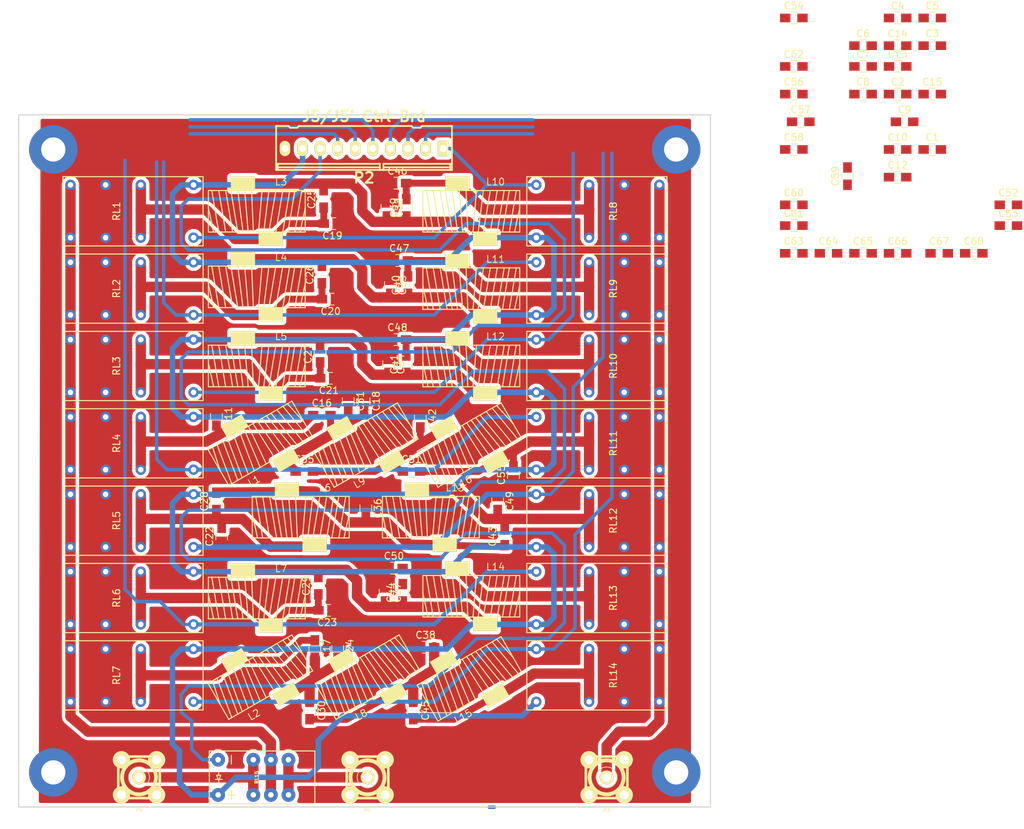
<source format=kicad_pcb>
(kicad_pcb (version 4) (host pcbnew 4.0.0-rc2-stable)
  (layers (0 F.Cu signal) (1 In1.Cu signal) (2 In2.Cu signal) (31 B.Cu signal) (34 B.Paste user) (35 F.Paste user) (36 B.SilkS user) (37 F.SilkS user) (38 B.Mask user) (39 F.Mask user) (44 Edge.Cuts user))
  (net 0 "")
  (net 1 GND)
  (net 2 80m)
  (net 3 "Net-(C11-Pad2)")
  (net 4 "Net-(C16-Pad2)")
  (net 5 "Net-(C17-Pad1)")
  (net 6 "Net-(C17-Pad2)")
  (net 7 "Net-(C19-Pad2)")
  (net 8 "Net-(C20-Pad2)")
  (net 9 "Net-(C21-Pad2)")
  (net 10 "Net-(C22-Pad2)")
  (net 11 "Net-(C23-Pad2)")
  (net 12 "Net-(C25-Pad2)")
  (net 13 "Net-(C26-Pad2)")
  (net 14 "Net-(C27-Pad2)")
  (net 15 "Net-(C28-Pad2)")
  (net 16 "Net-(C29-Pad2)")
  (net 17 "Net-(C30-Pad2)")
  (net 18 "Net-(C35-Pad2)")
  (net 19 "Net-(C39-Pad2)")
  (net 20 "Net-(C40-Pad2)")
  (net 21 "Net-(C41-Pad2)")
  (net 22 "Net-(C43-Pad2)")
  (net 23 "Net-(C44-Pad2)")
  (net 24 "Net-(C45-Pad2)")
  (net 25 "Net-(C51-Pad2)")
  (net 26 "Net-(P1-Pad1)")
  (net 27 "Net-(P3-Pad1)")
  (net 28 160m)
  (net 29 40m)
  (net 30 30/20m)
  (net 31 12/10m)
  (net 32 TX_RX_RLY)
  (net 33 "Net-(P4-Pad1)")
  (net 34 "Net-(RL1-Pad8)")
  (net 35 +12V)
  (net 36 17/15m)
  (net 37 6m_Bypass)
  (module .pretty:D2n12DC (layer F.Cu) (at 137.414 58.928 90)
    (fp_text reference RL8 (at 0 3.5 90) (layer F.SilkS))
    (fp_text value D2nxx)
    (pad 16 thru_hole circle (at 3.81 -7.62 90) (size 1.5 1.5) (drill 0.8) (layers *.Cu *.Mask) (net 28 160m))
    (pad 1 thru_hole circle (at -3.81 -7.62 90) (size 1.5 1.5) (drill 0.8) (layers *.Cu *.Mask) (net 35 +12V))
    (pad 13 thru_hole circle (at 3.81 0 90) (size 1.5 1.5) (drill 0.8) (layers *.Cu *.Mask) (net 19 "Net-(C39-Pad2)"))
    (pad 4 thru_hole circle (at -3.81 0 90) (size 1.5 1.5) (drill 0.8) (layers *.Cu *.Mask) (net 19 "Net-(C39-Pad2)"))
    (pad 11 thru_hole circle (at 3.81 5.08 90) (size 1.5 1.5) (drill 0.8) (layers *.Cu *.Mask) (net 1 GND))
    (pad 6 thru_hole circle (at -3.81 5.08 90) (size 1.5 1.5) (drill 0.8) (layers *.Cu *.Mask) (net 1 GND))
    (pad 9 thru_hole circle (at 3.81 10.16 90) (size 1.5 1.5) (drill 0.8) (layers *.Cu *.Mask) (net 27 "Net-(P3-Pad1)"))
    (pad 8 thru_hole circle (at -3.81 10.16 90) (size 1.5 1.5) (drill 0.8) (layers *.Cu *.Mask) (net 27 "Net-(P3-Pad1)"))
  )
  (module T50_V_cms:T50_V_smd (layer F.Cu) (at 89.408 58.928 180)
    (fp_text reference L3 (at -3.5 4.25 180) (layer F.SilkS) (effects (font (thickness 0.125))))
    (fp_text value L)
    (pad 1 smd rect (at -2 -4 180) (size 3.5 2) (layers F.Cu F.Adhes F.Paste F.SilkS F.Mask) (net 7 "Net-(C19-Pad2)"))
    (pad 2 smd rect (at 2 4 180) (size 3.5 2) (layers F.Cu F.Adhes F.Paste F.SilkS F.Mask) (net 12 "Net-(C25-Pad2)"))
  )
  (module Capacitors_SMD:C_0805_HandSoldering (layer F.Cu) (at 187 50)
    (fp_text reference C1 (at 0 -1.75) (layer F.SilkS))
    (fp_text value 10n)
    (pad 1 smd rect (at -1.25 0) (size 1.5 1.25) (layers F.Cu F.Paste F.Mask) (net 35 +12V))
    (pad 2 smd rect (at 1.25 0) (size 1.5 1.25) (layers F.Cu F.Paste F.Mask) (net 1 GND))
  )
  (module Capacitors_SMD:C_0805_HandSoldering (layer F.Cu) (at 182 42)
    (fp_text reference C2 (at 0 -1.75) (layer F.SilkS))
    (fp_text value 10n)
    (pad 1 smd rect (at -1.25 0) (size 1.5 1.25) (layers F.Cu F.Paste F.Mask) (net 35 +12V))
    (pad 2 smd rect (at 1.25 0) (size 1.5 1.25) (layers F.Cu F.Paste F.Mask) (net 1 GND))
  )
  (module Capacitors_SMD:C_0805_HandSoldering (layer F.Cu) (at 187 35)
    (fp_text reference C3 (at 0 -1.75) (layer F.SilkS))
    (fp_text value 10n)
    (pad 1 smd rect (at -1.25 0) (size 1.5 1.25) (layers F.Cu F.Paste F.Mask) (net 35 +12V))
    (pad 2 smd rect (at 1.25 0) (size 1.5 1.25) (layers F.Cu F.Paste F.Mask) (net 1 GND))
  )
  (module Capacitors_SMD:C_0805_HandSoldering (layer F.Cu) (at 182 31)
    (fp_text reference C4 (at 0 -1.75) (layer F.SilkS))
    (fp_text value 10n)
    (pad 1 smd rect (at -1.25 0) (size 1.5 1.25) (layers F.Cu F.Paste F.Mask) (net 35 +12V))
    (pad 2 smd rect (at 1.25 0) (size 1.5 1.25) (layers F.Cu F.Paste F.Mask) (net 1 GND))
  )
  (module Capacitors_SMD:C_0805_HandSoldering (layer F.Cu) (at 187 31)
    (fp_text reference C5 (at 0 -1.75) (layer F.SilkS))
    (fp_text value 10n)
    (pad 1 smd rect (at -1.25 0) (size 1.5 1.25) (layers F.Cu F.Paste F.Mask) (net 35 +12V))
    (pad 2 smd rect (at 1.25 0) (size 1.5 1.25) (layers F.Cu F.Paste F.Mask) (net 1 GND))
  )
  (module Capacitors_SMD:C_0805_HandSoldering (layer F.Cu) (at 177 35)
    (fp_text reference C6 (at 0 -1.75) (layer F.SilkS))
    (fp_text value 10n)
    (pad 1 smd rect (at -1.25 0) (size 1.5 1.25) (layers F.Cu F.Paste F.Mask) (net 35 +12V))
    (pad 2 smd rect (at 1.25 0) (size 1.5 1.25) (layers F.Cu F.Paste F.Mask) (net 1 GND))
  )
  (module Capacitors_SMD:C_0805_HandSoldering (layer F.Cu) (at 177 38)
    (fp_text reference C7 (at 0 -1.75) (layer F.SilkS))
    (fp_text value 10n)
    (pad 1 smd rect (at -1.25 0) (size 1.5 1.25) (layers F.Cu F.Paste F.Mask) (net 35 +12V))
    (pad 2 smd rect (at 1.25 0) (size 1.5 1.25) (layers F.Cu F.Paste F.Mask) (net 1 GND))
  )
  (module Capacitors_SMD:C_0805_HandSoldering (layer F.Cu) (at 177 42)
    (fp_text reference C8 (at 0 -1.75) (layer F.SilkS))
    (fp_text value 10n)
    (pad 1 smd rect (at -1.25 0) (size 1.5 1.25) (layers F.Cu F.Paste F.Mask) (net 28 160m))
    (pad 2 smd rect (at 1.25 0) (size 1.5 1.25) (layers F.Cu F.Paste F.Mask) (net 1 GND))
  )
  (module Capacitors_SMD:C_0805_HandSoldering (layer F.Cu) (at 183 46)
    (fp_text reference C9 (at 0 -1.75) (layer F.SilkS))
    (fp_text value 10n)
    (pad 1 smd rect (at -1.25 0) (size 1.5 1.25) (layers F.Cu F.Paste F.Mask) (net 2 80m))
    (pad 2 smd rect (at 1.25 0) (size 1.5 1.25) (layers F.Cu F.Paste F.Mask) (net 1 GND))
  )
  (module Capacitors_SMD:C_0805_HandSoldering (layer F.Cu) (at 182 50)
    (fp_text reference C10 (at 0 -1.75) (layer F.SilkS))
    (fp_text value 10n)
    (pad 1 smd rect (at -1.25 0) (size 1.5 1.25) (layers F.Cu F.Paste F.Mask) (net 29 40m))
    (pad 2 smd rect (at 1.25 0) (size 1.5 1.25) (layers F.Cu F.Paste F.Mask) (net 1 GND))
  )
  (module Capacitors_SMD:C_0805_HandSoldering (layer F.Cu) (at 83.566 88.646 270)
    (fp_text reference C11 (at 0 -1.75 270) (layer F.SilkS))
    (fp_text value C)
    (pad 1 smd rect (at -1.25 0 270) (size 1.5 1.25) (layers F.Cu F.Paste F.Mask) (net 1 GND))
    (pad 2 smd rect (at 1.25 0 270) (size 1.5 1.25) (layers F.Cu F.Paste F.Mask) (net 3 "Net-(C11-Pad2)"))
  )
  (module Capacitors_SMD:C_0805_HandSoldering (layer F.Cu) (at 182 54)
    (fp_text reference C12 (at 0 -1.75) (layer F.SilkS))
    (fp_text value 10n)
    (pad 1 smd rect (at -1.25 0) (size 1.5 1.25) (layers F.Cu F.Paste F.Mask) (net 30 30/20m))
    (pad 2 smd rect (at 1.25 0) (size 1.5 1.25) (layers F.Cu F.Paste F.Mask) (net 1 GND))
  )
  (module Capacitors_SMD:C_0805_HandSoldering (layer F.Cu) (at 182 38)
    (fp_text reference C13 (at 0 -1.75) (layer F.SilkS))
    (fp_text value 10n)
    (pad 1 smd rect (at -1.25 0) (size 1.5 1.25) (layers F.Cu F.Paste F.Mask) (net 36 17/15m))
    (pad 2 smd rect (at 1.25 0) (size 1.5 1.25) (layers F.Cu F.Paste F.Mask) (net 1 GND))
  )
  (module Capacitors_SMD:C_0805_HandSoldering (layer F.Cu) (at 182 35)
    (fp_text reference C14 (at 0 -1.75) (layer F.SilkS))
    (fp_text value 10n)
    (pad 1 smd rect (at -1.25 0) (size 1.5 1.25) (layers F.Cu F.Paste F.Mask) (net 31 12/10m))
    (pad 2 smd rect (at 1.25 0) (size 1.5 1.25) (layers F.Cu F.Paste F.Mask) (net 1 GND))
  )
  (module Capacitors_SMD:C_0805_HandSoldering (layer F.Cu) (at 187 42)
    (fp_text reference C15 (at 0 -1.75) (layer F.SilkS))
    (fp_text value 10n)
    (pad 1 smd rect (at -1.25 0) (size 1.5 1.25) (layers F.Cu F.Paste F.Mask) (net 37 6m_Bypass))
    (pad 2 smd rect (at 1.25 0) (size 1.5 1.25) (layers F.Cu F.Paste F.Mask) (net 1 GND))
  )
  (module Capacitors_SMD:C_0805_HandSoldering (layer F.Cu) (at 98.806 88.392)
    (fp_text reference C16 (at 0 -1.75) (layer F.SilkS))
    (fp_text value C)
    (pad 1 smd rect (at -1.25 0) (size 1.5 1.25) (layers F.Cu F.Paste F.Mask) (net 3 "Net-(C11-Pad2)"))
    (pad 2 smd rect (at 1.25 0) (size 1.5 1.25) (layers F.Cu F.Paste F.Mask) (net 4 "Net-(C16-Pad2)"))
  )
  (module Capacitors_SMD:C_0805_HandSoldering (layer F.Cu) (at 97.79 122.174 270)
    (fp_text reference C17 (at 0 -1.75 270) (layer F.SilkS))
    (fp_text value C)
    (pad 1 smd rect (at -1.25 0 270) (size 1.5 1.25) (layers F.Cu F.Paste F.Mask) (net 5 "Net-(C17-Pad1)"))
    (pad 2 smd rect (at 1.25 0 270) (size 1.5 1.25) (layers F.Cu F.Paste F.Mask) (net 6 "Net-(C17-Pad2)"))
  )
  (module Capacitors_SMD:C_0805_HandSoldering (layer F.Cu) (at 104.902 86.36 270)
    (fp_text reference C18 (at 0 -1.75 270) (layer F.SilkS))
    (fp_text value C)
    (pad 1 smd rect (at -1.25 0 270) (size 1.5 1.25) (layers F.Cu F.Paste F.Mask) (net 1 GND))
    (pad 2 smd rect (at 1.25 0 270) (size 1.5 1.25) (layers F.Cu F.Paste F.Mask) (net 4 "Net-(C16-Pad2)"))
  )
  (module Capacitors_SMD:C_0805_HandSoldering (layer F.Cu) (at 100.33 60.706 180)
    (fp_text reference C19 (at 0 -1.75 180) (layer F.SilkS))
    (fp_text value C)
    (pad 1 smd rect (at -1.25 0 180) (size 1.5 1.25) (layers F.Cu F.Paste F.Mask) (net 1 GND))
    (pad 2 smd rect (at 1.25 0 180) (size 1.5 1.25) (layers F.Cu F.Paste F.Mask) (net 7 "Net-(C19-Pad2)"))
  )
  (module Capacitors_SMD:C_0805_HandSoldering (layer F.Cu) (at 100.076 71.628 180)
    (fp_text reference C20 (at 0 -1.75 180) (layer F.SilkS))
    (fp_text value C)
    (pad 1 smd rect (at -1.25 0 180) (size 1.5 1.25) (layers F.Cu F.Paste F.Mask) (net 1 GND))
    (pad 2 smd rect (at 1.25 0 180) (size 1.5 1.25) (layers F.Cu F.Paste F.Mask) (net 8 "Net-(C20-Pad2)"))
  )
  (module Capacitors_SMD:C_0805_HandSoldering (layer F.Cu) (at 99.822 83.058 180)
    (fp_text reference C21 (at 0 -1.75 180) (layer F.SilkS))
    (fp_text value C)
    (pad 1 smd rect (at -1.25 0 180) (size 1.5 1.25) (layers F.Cu F.Paste F.Mask) (net 1 GND))
    (pad 2 smd rect (at 1.25 0 180) (size 1.5 1.25) (layers F.Cu F.Paste F.Mask) (net 9 "Net-(C21-Pad2)"))
  )
  (module Capacitors_SMD:C_0805_HandSoldering (layer F.Cu) (at 84.328 105.918 90)
    (fp_text reference C22 (at 0 -1.75 90) (layer F.SilkS))
    (fp_text value C)
    (pad 1 smd rect (at -1.25 0 90) (size 1.5 1.25) (layers F.Cu F.Paste F.Mask) (net 1 GND))
    (pad 2 smd rect (at 1.25 0 90) (size 1.5 1.25) (layers F.Cu F.Paste F.Mask) (net 10 "Net-(C22-Pad2)"))
  )
  (module Capacitors_SMD:C_0805_HandSoldering (layer F.Cu) (at 99.568 116.586 180)
    (fp_text reference C23 (at 0 -1.75 180) (layer F.SilkS))
    (fp_text value C)
    (pad 1 smd rect (at -1.25 0 180) (size 1.5 1.25) (layers F.Cu F.Paste F.Mask) (net 1 GND))
    (pad 2 smd rect (at 1.25 0 180) (size 1.5 1.25) (layers F.Cu F.Paste F.Mask) (net 11 "Net-(C23-Pad2)"))
  )
  (module Capacitors_SMD:C_0805_HandSoldering (layer F.Cu) (at 101.092 122.174 270)
    (fp_text reference C24 (at 0 -1.75 270) (layer F.SilkS))
    (fp_text value C)
    (pad 1 smd rect (at -1.25 0 270) (size 1.5 1.25) (layers F.Cu F.Paste F.Mask) (net 1 GND))
    (pad 2 smd rect (at 1.25 0 270) (size 1.5 1.25) (layers F.Cu F.Paste F.Mask) (net 6 "Net-(C17-Pad2)"))
  )
  (module Capacitors_SMD:C_0805_HandSoldering (layer F.Cu) (at 99.06 57.15 90)
    (fp_text reference C25 (at 0 -1.75 90) (layer F.SilkS))
    (fp_text value C)
    (pad 1 smd rect (at -1.25 0 90) (size 1.5 1.25) (layers F.Cu F.Paste F.Mask) (net 7 "Net-(C19-Pad2)"))
    (pad 2 smd rect (at 1.25 0 90) (size 1.5 1.25) (layers F.Cu F.Paste F.Mask) (net 12 "Net-(C25-Pad2)"))
  )
  (module Capacitors_SMD:C_0805_HandSoldering (layer F.Cu) (at 98.806 68.072 90)
    (fp_text reference C26 (at 0 -1.75 90) (layer F.SilkS))
    (fp_text value C)
    (pad 1 smd rect (at -1.25 0 90) (size 1.5 1.25) (layers F.Cu F.Paste F.Mask) (net 8 "Net-(C20-Pad2)"))
    (pad 2 smd rect (at 1.25 0 90) (size 1.5 1.25) (layers F.Cu F.Paste F.Mask) (net 13 "Net-(C26-Pad2)"))
  )
  (module Capacitors_SMD:C_0805_HandSoldering (layer F.Cu) (at 98.552 79.502 90)
    (fp_text reference C27 (at 0 -1.75 90) (layer F.SilkS))
    (fp_text value C)
    (pad 1 smd rect (at -1.25 0 90) (size 1.5 1.25) (layers F.Cu F.Paste F.Mask) (net 9 "Net-(C21-Pad2)"))
    (pad 2 smd rect (at 1.25 0 90) (size 1.5 1.25) (layers F.Cu F.Paste F.Mask) (net 14 "Net-(C27-Pad2)"))
  )
  (module Capacitors_SMD:C_0805_HandSoldering (layer F.Cu) (at 83.566 100.838 90)
    (fp_text reference C28 (at 0 -1.75 90) (layer F.SilkS))
    (fp_text value C)
    (pad 1 smd rect (at -1.25 0 90) (size 1.5 1.25) (layers F.Cu F.Paste F.Mask) (net 10 "Net-(C22-Pad2)"))
    (pad 2 smd rect (at 1.25 0 90) (size 1.5 1.25) (layers F.Cu F.Paste F.Mask) (net 15 "Net-(C28-Pad2)"))
  )
  (module Capacitors_SMD:C_0805_HandSoldering (layer F.Cu) (at 98.298 113.03 90)
    (fp_text reference C29 (at 0 -1.75 90) (layer F.SilkS))
    (fp_text value C)
    (pad 1 smd rect (at -1.25 0 90) (size 1.5 1.25) (layers F.Cu F.Paste F.Mask) (net 11 "Net-(C23-Pad2)"))
    (pad 2 smd rect (at 1.25 0 90) (size 1.5 1.25) (layers F.Cu F.Paste F.Mask) (net 16 "Net-(C29-Pad2)"))
  )
  (module Capacitors_SMD:C_0805_HandSoldering (layer F.Cu) (at 97.028 131.064 270)
    (fp_text reference C30 (at 0 -1.75 270) (layer F.SilkS))
    (fp_text value C)
    (pad 1 smd rect (at -1.25 0 270) (size 1.5 1.25) (layers F.Cu F.Paste F.Mask) (net 6 "Net-(C17-Pad2)"))
    (pad 2 smd rect (at 1.25 0 270) (size 1.5 1.25) (layers F.Cu F.Paste F.Mask) (net 17 "Net-(C30-Pad2)"))
  )
  (module Capacitors_SMD:C_0805_HandSoldering (layer F.Cu) (at 102.616 86.36 270)
    (fp_text reference C31 (at 0 -1.75 270) (layer F.SilkS))
    (fp_text value C)
    (pad 1 smd rect (at -1.25 0 270) (size 1.5 1.25) (layers F.Cu F.Paste F.Mask) (net 1 GND))
    (pad 2 smd rect (at 1.25 0 270) (size 1.5 1.25) (layers F.Cu F.Paste F.Mask) (net 4 "Net-(C16-Pad2)"))
  )
  (module Capacitors_SMD:C_0805_HandSoldering (layer F.Cu) (at 108.204 58.42 270)
    (fp_text reference C32 (at 0 -1.75 270) (layer F.SilkS))
    (fp_text value C)
    (pad 1 smd rect (at -1.25 0 270) (size 1.5 1.25) (layers F.Cu F.Paste F.Mask) (net 1 GND))
    (pad 2 smd rect (at 1.25 0 270) (size 1.5 1.25) (layers F.Cu F.Paste F.Mask) (net 12 "Net-(C25-Pad2)"))
  )
  (module Capacitors_SMD:C_0805_HandSoldering (layer F.Cu) (at 108.712 69.596 270)
    (fp_text reference C33 (at 0 -1.75 270) (layer F.SilkS))
    (fp_text value C)
    (pad 1 smd rect (at -1.25 0 270) (size 1.5 1.25) (layers F.Cu F.Paste F.Mask) (net 1 GND))
    (pad 2 smd rect (at 1.25 0 270) (size 1.5 1.25) (layers F.Cu F.Paste F.Mask) (net 13 "Net-(C26-Pad2)"))
  )
  (module Capacitors_SMD:C_0805_HandSoldering (layer F.Cu) (at 108.458 81.026 270)
    (fp_text reference C34 (at 0 -1.75 270) (layer F.SilkS))
    (fp_text value C)
    (pad 1 smd rect (at -1.25 0 270) (size 1.5 1.25) (layers F.Cu F.Paste F.Mask) (net 1 GND))
    (pad 2 smd rect (at 1.25 0 270) (size 1.5 1.25) (layers F.Cu F.Paste F.Mask) (net 14 "Net-(C27-Pad2)"))
  )
  (module Capacitors_SMD:C_0805_HandSoldering (layer F.Cu) (at 96.266 96.52)
    (fp_text reference C35 (at 0 -1.75) (layer F.SilkS))
    (fp_text value C)
    (pad 1 smd rect (at -1.25 0) (size 1.5 1.25) (layers F.Cu F.Paste F.Mask) (net 4 "Net-(C16-Pad2)"))
    (pad 2 smd rect (at 1.25 0) (size 1.5 1.25) (layers F.Cu F.Paste F.Mask) (net 18 "Net-(C35-Pad2)"))
  )
  (module Capacitors_SMD:C_0805_HandSoldering (layer F.Cu) (at 105.156 101.854 270)
    (fp_text reference C36 (at 0 -1.75 270) (layer F.SilkS))
    (fp_text value C)
    (pad 1 smd rect (at -1.25 0 270) (size 1.5 1.25) (layers F.Cu F.Paste F.Mask) (net 1 GND))
    (pad 2 smd rect (at 1.25 0 270) (size 1.5 1.25) (layers F.Cu F.Paste F.Mask) (net 15 "Net-(C28-Pad2)"))
  )
  (module Capacitors_SMD:C_0805_HandSoldering (layer F.Cu) (at 107.95 114.046 270)
    (fp_text reference C37 (at 0 -1.75 270) (layer F.SilkS))
    (fp_text value C)
    (pad 1 smd rect (at -1.25 0 270) (size 1.5 1.25) (layers F.Cu F.Paste F.Mask) (net 1 GND))
    (pad 2 smd rect (at 1.25 0 270) (size 1.5 1.25) (layers F.Cu F.Paste F.Mask) (net 16 "Net-(C29-Pad2)"))
  )
  (module Capacitors_SMD:C_0805_HandSoldering (layer F.Cu) (at 113.792 121.92)
    (fp_text reference C38 (at 0 -1.75) (layer F.SilkS))
    (fp_text value C)
    (pad 1 smd rect (at -1.25 0) (size 1.5 1.25) (layers F.Cu F.Paste F.Mask) (net 1 GND))
    (pad 2 smd rect (at 1.25 0) (size 1.5 1.25) (layers F.Cu F.Paste F.Mask) (net 17 "Net-(C30-Pad2)"))
  )
  (module Capacitors_SMD:C_0805_HandSoldering (layer F.Cu) (at 110.998 58.42 90)
    (fp_text reference C39 (at 0 -1.75 90) (layer F.SilkS))
    (fp_text value C)
    (pad 1 smd rect (at -1.25 0 90) (size 1.5 1.25) (layers F.Cu F.Paste F.Mask) (net 12 "Net-(C25-Pad2)"))
    (pad 2 smd rect (at 1.25 0 90) (size 1.5 1.25) (layers F.Cu F.Paste F.Mask) (net 19 "Net-(C39-Pad2)"))
  )
  (module Capacitors_SMD:C_0805_HandSoldering (layer F.Cu) (at 111.252 69.596 90)
    (fp_text reference C40 (at 0 -1.75 90) (layer F.SilkS))
    (fp_text value C)
    (pad 1 smd rect (at -1.25 0 90) (size 1.5 1.25) (layers F.Cu F.Paste F.Mask) (net 13 "Net-(C26-Pad2)"))
    (pad 2 smd rect (at 1.25 0 90) (size 1.5 1.25) (layers F.Cu F.Paste F.Mask) (net 20 "Net-(C40-Pad2)"))
  )
  (module Capacitors_SMD:C_0805_HandSoldering (layer F.Cu) (at 110.998 81.026 90)
    (fp_text reference C41 (at 0 -1.75 90) (layer F.SilkS))
    (fp_text value C)
    (pad 1 smd rect (at -1.25 0 90) (size 1.5 1.25) (layers F.Cu F.Paste F.Mask) (net 14 "Net-(C27-Pad2)"))
    (pad 2 smd rect (at 1.25 0 90) (size 1.5 1.25) (layers F.Cu F.Paste F.Mask) (net 21 "Net-(C41-Pad2)"))
  )
  (module Capacitors_SMD:C_0805_HandSoldering (layer F.Cu) (at 113.03 88.9 270)
    (fp_text reference C42 (at 0 -1.75 270) (layer F.SilkS))
    (fp_text value C)
    (pad 1 smd rect (at -1.25 0 270) (size 1.5 1.25) (layers F.Cu F.Paste F.Mask) (net 1 GND))
    (pad 2 smd rect (at 1.25 0 270) (size 1.5 1.25) (layers F.Cu F.Paste F.Mask) (net 18 "Net-(C35-Pad2)"))
  )
  (module Capacitors_SMD:C_0805_HandSoldering (layer F.Cu) (at 125.222 105.918 90)
    (fp_text reference C43 (at 0 -1.75 90) (layer F.SilkS))
    (fp_text value C)
    (pad 1 smd rect (at -1.25 0 90) (size 1.5 1.25) (layers F.Cu F.Paste F.Mask) (net 15 "Net-(C28-Pad2)"))
    (pad 2 smd rect (at 1.25 0 90) (size 1.5 1.25) (layers F.Cu F.Paste F.Mask) (net 22 "Net-(C43-Pad2)"))
  )
  (module Capacitors_SMD:C_0805_HandSoldering (layer F.Cu) (at 110.49 114.046 90)
    (fp_text reference C44 (at 0 -1.75 90) (layer F.SilkS))
    (fp_text value C)
    (pad 1 smd rect (at -1.25 0 90) (size 1.5 1.25) (layers F.Cu F.Paste F.Mask) (net 16 "Net-(C29-Pad2)"))
    (pad 2 smd rect (at 1.25 0 90) (size 1.5 1.25) (layers F.Cu F.Paste F.Mask) (net 23 "Net-(C44-Pad2)"))
  )
  (module Capacitors_SMD:C_0805_HandSoldering (layer F.Cu) (at 112.014 131.064 270)
    (fp_text reference C45 (at 0 -1.75 270) (layer F.SilkS))
    (fp_text value C)
    (pad 1 smd rect (at -1.25 0 270) (size 1.5 1.25) (layers F.Cu F.Paste F.Mask) (net 17 "Net-(C30-Pad2)"))
    (pad 2 smd rect (at 1.25 0 270) (size 1.5 1.25) (layers F.Cu F.Paste F.Mask) (net 24 "Net-(C45-Pad2)"))
  )
  (module Capacitors_SMD:C_0805_HandSoldering (layer F.Cu) (at 109.728 54.864)
    (fp_text reference C46 (at 0 -1.75) (layer F.SilkS))
    (fp_text value C)
    (pad 1 smd rect (at -1.25 0) (size 1.5 1.25) (layers F.Cu F.Paste F.Mask) (net 1 GND))
    (pad 2 smd rect (at 1.25 0) (size 1.5 1.25) (layers F.Cu F.Paste F.Mask) (net 19 "Net-(C39-Pad2)"))
  )
  (module Capacitors_SMD:C_0805_HandSoldering (layer F.Cu) (at 109.982 66.04)
    (fp_text reference C47 (at 0 -1.75) (layer F.SilkS))
    (fp_text value C)
    (pad 1 smd rect (at -1.25 0) (size 1.5 1.25) (layers F.Cu F.Paste F.Mask) (net 1 GND))
    (pad 2 smd rect (at 1.25 0) (size 1.5 1.25) (layers F.Cu F.Paste F.Mask) (net 20 "Net-(C40-Pad2)"))
  )
  (module Capacitors_SMD:C_0805_HandSoldering (layer F.Cu) (at 109.728 77.47)
    (fp_text reference C48 (at 0 -1.75) (layer F.SilkS))
    (fp_text value C)
    (pad 1 smd rect (at -1.25 0) (size 1.5 1.25) (layers F.Cu F.Paste F.Mask) (net 1 GND))
    (pad 2 smd rect (at 1.25 0) (size 1.5 1.25) (layers F.Cu F.Paste F.Mask) (net 21 "Net-(C41-Pad2)"))
  )
  (module Capacitors_SMD:C_0805_HandSoldering (layer F.Cu) (at 124.206 100.838 270)
    (fp_text reference C49 (at 0 -1.75 270) (layer F.SilkS))
    (fp_text value C)
    (pad 1 smd rect (at -1.25 0 270) (size 1.5 1.25) (layers F.Cu F.Paste F.Mask) (net 1 GND))
    (pad 2 smd rect (at 1.25 0 270) (size 1.5 1.25) (layers F.Cu F.Paste F.Mask) (net 22 "Net-(C43-Pad2)"))
  )
  (module Capacitors_SMD:C_0805_HandSoldering (layer F.Cu) (at 109.22 110.49)
    (fp_text reference C50 (at 0 -1.75) (layer F.SilkS))
    (fp_text value C)
    (pad 1 smd rect (at -1.25 0) (size 1.5 1.25) (layers F.Cu F.Paste F.Mask) (net 1 GND))
    (pad 2 smd rect (at 1.25 0) (size 1.5 1.25) (layers F.Cu F.Paste F.Mask) (net 23 "Net-(C44-Pad2)"))
  )
  (module Capacitors_SMD:C_0805_HandSoldering (layer F.Cu) (at 111.76 96.52)
    (fp_text reference C51 (at 0 -1.75) (layer F.SilkS))
    (fp_text value C)
    (pad 1 smd rect (at -1.25 0) (size 1.5 1.25) (layers F.Cu F.Paste F.Mask) (net 18 "Net-(C35-Pad2)"))
    (pad 2 smd rect (at 1.25 0) (size 1.5 1.25) (layers F.Cu F.Paste F.Mask) (net 25 "Net-(C51-Pad2)"))
  )
  (module Capacitors_SMD:C_0805_HandSoldering (layer F.Cu) (at 198 58)
    (fp_text reference C52 (at 0 -1.75) (layer F.SilkS))
    (fp_text value 10n)
    (pad 1 smd rect (at -1.25 0) (size 1.5 1.25) (layers F.Cu F.Paste F.Mask) (net 1 GND))
    (pad 2 smd rect (at 1.25 0) (size 1.5 1.25) (layers F.Cu F.Paste F.Mask) (net 28 160m))
  )
  (module Capacitors_SMD:C_0805_HandSoldering (layer F.Cu) (at 198 61)
    (fp_text reference C53 (at 0 -1.75) (layer F.SilkS))
    (fp_text value 10n)
    (pad 1 smd rect (at -1.25 0) (size 1.5 1.25) (layers F.Cu F.Paste F.Mask) (net 1 GND))
    (pad 2 smd rect (at 1.25 0) (size 1.5 1.25) (layers F.Cu F.Paste F.Mask) (net 2 80m))
  )
  (module Capacitors_SMD:C_0805_HandSoldering (layer F.Cu) (at 167 31)
    (fp_text reference C54 (at 0 -1.75) (layer F.SilkS))
    (fp_text value 10n)
    (pad 1 smd rect (at -1.25 0) (size 1.5 1.25) (layers F.Cu F.Paste F.Mask) (net 1 GND))
    (pad 2 smd rect (at 1.25 0) (size 1.5 1.25) (layers F.Cu F.Paste F.Mask) (net 29 40m))
  )
  (module Capacitors_SMD:C_0805_HandSoldering (layer F.Cu) (at 126.492 97.028 90)
    (fp_text reference C55 (at 0 -1.75 90) (layer F.SilkS))
    (fp_text value C)
    (pad 1 smd rect (at -1.25 0 90) (size 1.5 1.25) (layers F.Cu F.Paste F.Mask) (net 1 GND))
    (pad 2 smd rect (at 1.25 0 90) (size 1.5 1.25) (layers F.Cu F.Paste F.Mask) (net 25 "Net-(C51-Pad2)"))
  )
  (module Capacitors_SMD:C_0805_HandSoldering (layer F.Cu) (at 167 42)
    (fp_text reference C56 (at 0 -1.75) (layer F.SilkS))
    (fp_text value 10n)
    (pad 1 smd rect (at -1.25 0) (size 1.5 1.25) (layers F.Cu F.Paste F.Mask) (net 1 GND))
    (pad 2 smd rect (at 1.25 0) (size 1.5 1.25) (layers F.Cu F.Paste F.Mask) (net 30 30/20m))
  )
  (module Capacitors_SMD:C_0805_HandSoldering (layer F.Cu) (at 168 46)
    (fp_text reference C57 (at 0 -1.75) (layer F.SilkS))
    (fp_text value 10n)
    (pad 1 smd rect (at -1.25 0) (size 1.5 1.25) (layers F.Cu F.Paste F.Mask) (net 1 GND))
    (pad 2 smd rect (at 1.25 0) (size 1.5 1.25) (layers F.Cu F.Paste F.Mask) (net 36 17/15m))
  )
  (module Capacitors_SMD:C_0805_HandSoldering (layer F.Cu) (at 167 50)
    (fp_text reference C58 (at 0 -1.75) (layer F.SilkS))
    (fp_text value 10n)
    (pad 1 smd rect (at -1.25 0) (size 1.5 1.25) (layers F.Cu F.Paste F.Mask) (net 1 GND))
    (pad 2 smd rect (at 1.25 0) (size 1.5 1.25) (layers F.Cu F.Paste F.Mask) (net 31 12/10m))
  )
  (module Capacitors_SMD:C_0805_HandSoldering (layer F.Cu) (at 174.752 53.848 90)
    (fp_text reference C59 (at 0 -1.75 90) (layer F.SilkS))
    (fp_text value 10n)
    (pad 1 smd rect (at -1.25 0 90) (size 1.5 1.25) (layers F.Cu F.Paste F.Mask) (net 1 GND))
    (pad 2 smd rect (at 1.25 0 90) (size 1.5 1.25) (layers F.Cu F.Paste F.Mask) (net 37 6m_Bypass))
  )
  (module Capacitors_SMD:C_0805_HandSoldering (layer F.Cu) (at 167 58)
    (fp_text reference C60 (at 0 -1.75) (layer F.SilkS))
    (fp_text value 10n)
    (pad 1 smd rect (at -1.25 0) (size 1.5 1.25) (layers F.Cu F.Paste F.Mask) (net 35 +12V))
    (pad 2 smd rect (at 1.25 0) (size 1.5 1.25) (layers F.Cu F.Paste F.Mask) (net 1 GND))
  )
  (module Capacitors_SMD:C_0805_HandSoldering (layer F.Cu) (at 167 61)
    (fp_text reference C61 (at 0 -1.75) (layer F.SilkS))
    (fp_text value 10n)
    (pad 1 smd rect (at -1.25 0) (size 1.5 1.25) (layers F.Cu F.Paste F.Mask) (net 35 +12V))
    (pad 2 smd rect (at 1.25 0) (size 1.5 1.25) (layers F.Cu F.Paste F.Mask) (net 1 GND))
  )
  (module Capacitors_SMD:C_0805_HandSoldering (layer F.Cu) (at 167 38)
    (fp_text reference C62 (at 0 -1.75) (layer F.SilkS))
    (fp_text value 10n)
    (pad 1 smd rect (at -1.25 0) (size 1.5 1.25) (layers F.Cu F.Paste F.Mask) (net 35 +12V))
    (pad 2 smd rect (at 1.25 0) (size 1.5 1.25) (layers F.Cu F.Paste F.Mask) (net 1 GND))
  )
  (module Capacitors_SMD:C_0805_HandSoldering (layer F.Cu) (at 167 65)
    (fp_text reference C63 (at 0 -1.75) (layer F.SilkS))
    (fp_text value 10n)
    (pad 1 smd rect (at -1.25 0) (size 1.5 1.25) (layers F.Cu F.Paste F.Mask) (net 35 +12V))
    (pad 2 smd rect (at 1.25 0) (size 1.5 1.25) (layers F.Cu F.Paste F.Mask) (net 1 GND))
  )
  (module Capacitors_SMD:C_0805_HandSoldering (layer F.Cu) (at 172 65)
    (fp_text reference C64 (at 0 -1.75) (layer F.SilkS))
    (fp_text value 10n)
    (pad 1 smd rect (at -1.25 0) (size 1.5 1.25) (layers F.Cu F.Paste F.Mask) (net 35 +12V))
    (pad 2 smd rect (at 1.25 0) (size 1.5 1.25) (layers F.Cu F.Paste F.Mask) (net 1 GND))
  )
  (module Capacitors_SMD:C_0805_HandSoldering (layer F.Cu) (at 177 65)
    (fp_text reference C65 (at 0 -1.75) (layer F.SilkS))
    (fp_text value 10n)
    (pad 1 smd rect (at -1.25 0) (size 1.5 1.25) (layers F.Cu F.Paste F.Mask) (net 35 +12V))
    (pad 2 smd rect (at 1.25 0) (size 1.5 1.25) (layers F.Cu F.Paste F.Mask) (net 1 GND))
  )
  (module Capacitors_SMD:C_0805_HandSoldering (layer F.Cu) (at 182 65)
    (fp_text reference C66 (at 0 -1.75) (layer F.SilkS))
    (fp_text value 10n)
    (pad 1 smd rect (at -1.25 0) (size 1.5 1.25) (layers F.Cu F.Paste F.Mask) (net 35 +12V))
    (pad 2 smd rect (at 1.25 0) (size 1.5 1.25) (layers F.Cu F.Paste F.Mask) (net 1 GND))
  )
  (module Capacitors_SMD:C_0805_HandSoldering (layer F.Cu) (at 188 65)
    (fp_text reference C67 (at 0 -1.75) (layer F.SilkS))
    (fp_text value 10n)
    (pad 1 smd rect (at -1.25 0) (size 1.5 1.25) (layers F.Cu F.Paste F.Mask) (net 35 +12V))
    (pad 2 smd rect (at 1.25 0) (size 1.5 1.25) (layers F.Cu F.Paste F.Mask) (net 1 GND))
  )
  (module Capacitors_SMD:C_0805_HandSoldering (layer F.Cu) (at 193 65)
    (fp_text reference C68 (at 0 -1.75) (layer F.SilkS))
    (fp_text value 100n)
    (pad 1 smd rect (at -1.25 0) (size 1.5 1.25) (layers F.Cu F.Paste F.Mask) (net 35 +12V))
    (pad 2 smd rect (at 1.25 0) (size 1.5 1.25) (layers F.Cu F.Paste F.Mask) (net 1 GND))
  )
  (module T50_V_cms:T50_V_smd (layer F.Cu) (at 89.916 92.456 30)
    (fp_text reference L1 (at -3.5 4.25 30) (layer F.SilkS) (effects (font (thickness 0.125))))
    (fp_text value L)
    (pad 1 smd rect (at -2 -4 30) (size 3.5 2) (layers F.Cu F.Adhes F.Paste F.SilkS F.Mask) (net 3 "Net-(C11-Pad2)"))
    (pad 2 smd rect (at 2 4 30) (size 3.5 2) (layers F.Cu F.Adhes F.Paste F.SilkS F.Mask) (net 4 "Net-(C16-Pad2)"))
  )
  (module T50_V_cms:T50_V_smd (layer F.Cu) (at 89.916 126.238 30)
    (fp_text reference L2 (at -3.5 4.25 30) (layer F.SilkS) (effects (font (thickness 0.125))))
    (fp_text value L)
    (pad 1 smd rect (at -2 -4 30) (size 3.5 2) (layers F.Cu F.Adhes F.Paste F.SilkS F.Mask) (net 5 "Net-(C17-Pad1)"))
    (pad 2 smd rect (at 2 4 30) (size 3.5 2) (layers F.Cu F.Adhes F.Paste F.SilkS F.Mask) (net 6 "Net-(C17-Pad2)"))
  )
  (module T50_V_cms:T50_V_smd (layer F.Cu) (at 89.408 69.85 180)
    (fp_text reference L4 (at -3.5 4.25 180) (layer F.SilkS) (effects (font (thickness 0.125))))
    (fp_text value L)
    (pad 1 smd rect (at -2 -4 180) (size 3.5 2) (layers F.Cu F.Adhes F.Paste F.SilkS F.Mask) (net 8 "Net-(C20-Pad2)"))
    (pad 2 smd rect (at 2 4 180) (size 3.5 2) (layers F.Cu F.Adhes F.Paste F.SilkS F.Mask) (net 13 "Net-(C26-Pad2)"))
  )
  (module T50_V_cms:T50_V_smd (layer F.Cu) (at 89.408 81.28 180)
    (fp_text reference L5 (at -3.5 4.25 180) (layer F.SilkS) (effects (font (thickness 0.125))))
    (fp_text value L)
    (pad 1 smd rect (at -2 -4 180) (size 3.5 2) (layers F.Cu F.Adhes F.Paste F.SilkS F.Mask) (net 9 "Net-(C21-Pad2)"))
    (pad 2 smd rect (at 2 4 180) (size 3.5 2) (layers F.Cu F.Adhes F.Paste F.SilkS F.Mask) (net 14 "Net-(C27-Pad2)"))
  )
  (module T50_V_cms:T50_V_smd (layer F.Cu) (at 95.758 103.124 180)
    (fp_text reference L6 (at -3.5 4.25 180) (layer F.SilkS) (effects (font (thickness 0.125))))
    (fp_text value L)
    (pad 1 smd rect (at -2 -4 180) (size 3.5 2) (layers F.Cu F.Adhes F.Paste F.SilkS F.Mask) (net 10 "Net-(C22-Pad2)"))
    (pad 2 smd rect (at 2 4 180) (size 3.5 2) (layers F.Cu F.Adhes F.Paste F.SilkS F.Mask) (net 15 "Net-(C28-Pad2)"))
  )
  (module T50_V_cms:T50_V_smd (layer F.Cu) (at 89.408 114.808 180)
    (fp_text reference L7 (at -3.5 4.25 180) (layer F.SilkS) (effects (font (thickness 0.125))))
    (fp_text value L)
    (pad 1 smd rect (at -2 -4 180) (size 3.5 2) (layers F.Cu F.Adhes F.Paste F.SilkS F.Mask) (net 11 "Net-(C23-Pad2)"))
    (pad 2 smd rect (at 2 4 180) (size 3.5 2) (layers F.Cu F.Adhes F.Paste F.SilkS F.Mask) (net 16 "Net-(C29-Pad2)"))
  )
  (module T50_V_cms:T50_V_smd (layer F.Cu) (at 105.41 126.238 30)
    (fp_text reference L8 (at -3.5 4.25 30) (layer F.SilkS) (effects (font (thickness 0.125))))
    (fp_text value L)
    (pad 1 smd rect (at -2 -4 30) (size 3.5 2) (layers F.Cu F.Adhes F.Paste F.SilkS F.Mask) (net 6 "Net-(C17-Pad2)"))
    (pad 2 smd rect (at 2 4 30) (size 3.5 2) (layers F.Cu F.Adhes F.Paste F.SilkS F.Mask) (net 17 "Net-(C30-Pad2)"))
  )
  (module T50_V_cms:T50_V_smd (layer F.Cu) (at 105.156 92.71 30)
    (fp_text reference L9 (at -3.5 4.25 30) (layer F.SilkS) (effects (font (thickness 0.125))))
    (fp_text value L)
    (pad 1 smd rect (at -2 -4 30) (size 3.5 2) (layers F.Cu F.Adhes F.Paste F.SilkS F.Mask) (net 4 "Net-(C16-Pad2)"))
    (pad 2 smd rect (at 2 4 30) (size 3.5 2) (layers F.Cu F.Adhes F.Paste F.SilkS F.Mask) (net 18 "Net-(C35-Pad2)"))
  )
  (module T50_V_cms:T50_V_smd (layer F.Cu) (at 120.396 58.928 180)
    (fp_text reference L10 (at -3.5 4.25 180) (layer F.SilkS) (effects (font (thickness 0.125))))
    (fp_text value L)
    (pad 1 smd rect (at -2 -4 180) (size 3.5 2) (layers F.Cu F.Adhes F.Paste F.SilkS F.Mask) (net 12 "Net-(C25-Pad2)"))
    (pad 2 smd rect (at 2 4 180) (size 3.5 2) (layers F.Cu F.Adhes F.Paste F.SilkS F.Mask) (net 19 "Net-(C39-Pad2)"))
  )
  (module T50_V_cms:T50_V_smd (layer F.Cu) (at 120.396 70.104 180)
    (fp_text reference L11 (at -3.5 4.25 180) (layer F.SilkS) (effects (font (thickness 0.125))))
    (fp_text value L)
    (pad 1 smd rect (at -2 -4 180) (size 3.5 2) (layers F.Cu F.Adhes F.Paste F.SilkS F.Mask) (net 13 "Net-(C26-Pad2)"))
    (pad 2 smd rect (at 2 4 180) (size 3.5 2) (layers F.Cu F.Adhes F.Paste F.SilkS F.Mask) (net 20 "Net-(C40-Pad2)"))
  )
  (module T50_V_cms:T50_V_smd (layer F.Cu) (at 120.396 81.28 180)
    (fp_text reference L12 (at -3.5 4.25 180) (layer F.SilkS) (effects (font (thickness 0.125))))
    (fp_text value L)
    (pad 1 smd rect (at -2 -4 180) (size 3.5 2) (layers F.Cu F.Adhes F.Paste F.SilkS F.Mask) (net 14 "Net-(C27-Pad2)"))
    (pad 2 smd rect (at 2 4 180) (size 3.5 2) (layers F.Cu F.Adhes F.Paste F.SilkS F.Mask) (net 21 "Net-(C41-Pad2)"))
  )
  (module T50_V_cms:T50_V_smd (layer F.Cu) (at 114.554 103.124 180)
    (fp_text reference L13 (at -3.5 4.25 180) (layer F.SilkS) (effects (font (thickness 0.125))))
    (fp_text value L)
    (pad 1 smd rect (at -2 -4 180) (size 3.5 2) (layers F.Cu F.Adhes F.Paste F.SilkS F.Mask) (net 15 "Net-(C28-Pad2)"))
    (pad 2 smd rect (at 2 4 180) (size 3.5 2) (layers F.Cu F.Adhes F.Paste F.SilkS F.Mask) (net 22 "Net-(C43-Pad2)"))
  )
  (module T50_V_cms:T50_V_smd (layer F.Cu) (at 120.396 114.554 180)
    (fp_text reference L14 (at -3.5 4.25 180) (layer F.SilkS) (effects (font (thickness 0.125))))
    (fp_text value L)
    (pad 1 smd rect (at -2 -4 180) (size 3.5 2) (layers F.Cu F.Adhes F.Paste F.SilkS F.Mask) (net 16 "Net-(C29-Pad2)"))
    (pad 2 smd rect (at 2 4 180) (size 3.5 2) (layers F.Cu F.Adhes F.Paste F.SilkS F.Mask) (net 23 "Net-(C44-Pad2)"))
  )
  (module T50_V_cms:T50_V_smd (layer F.Cu) (at 120.142 126.492 30)
    (fp_text reference L15 (at -3.5 4.25 30) (layer F.SilkS) (effects (font (thickness 0.125))))
    (fp_text value L)
    (pad 1 smd rect (at -2 -4 30) (size 3.5 2) (layers F.Cu F.Adhes F.Paste F.SilkS F.Mask) (net 17 "Net-(C30-Pad2)"))
    (pad 2 smd rect (at 2 4 30) (size 3.5 2) (layers F.Cu F.Adhes F.Paste F.SilkS F.Mask) (net 24 "Net-(C45-Pad2)"))
  )
  (module T50_V_cms:T50_V_smd (layer F.Cu) (at 120.142 92.71 30)
    (fp_text reference L16 (at -3.5 4.25 30) (layer F.SilkS) (effects (font (thickness 0.125))))
    (fp_text value L)
    (pad 1 smd rect (at -2 -4 30) (size 3.5 2) (layers F.Cu F.Adhes F.Paste F.SilkS F.Mask) (net 18 "Net-(C35-Pad2)"))
    (pad 2 smd rect (at 2 4 30) (size 3.5 2) (layers F.Cu F.Adhes F.Paste F.SilkS F.Mask) (net 25 "Net-(C51-Pad2)"))
  )
  (module SMA_PINS:SMA_PINS (layer F.Cu) (at 105.41 140.716)
    (fp_text reference P1 (at 0 4.75) (layer F.SilkS) (effects (font (size 0.5 0.5) (thickness 0.1))))
    (fp_text value SMA hide)
    (pad 1 thru_hole circle (at 0 0) (size 1.99898 1.99898) (drill 1.30048) (layers *.Cu *.Mask F.SilkS) (net 26 "Net-(P1-Pad1)") (clearance 0.09906))
    (pad 2 thru_hole circle (at 2.54 -2.54) (size 2.49936 2.49936) (drill 1.30048) (layers *.Cu *.Mask F.SilkS) (net 1 GND))
    (pad 2 thru_hole circle (at 2.54 2.54) (size 2.49936 2.49936) (drill 1.30048) (layers *.Cu *.Mask F.SilkS) (net 1 GND))
    (pad 2 thru_hole circle (at -2.54 2.54) (size 2.49936 2.49936) (drill 1.30048) (layers *.Cu *.Mask F.SilkS) (net 1 GND))
    (pad 2 thru_hole circle (at -2.54 -2.54) (size 2.49936 2.49936) (drill 1.30048) (layers *.Cu *.Mask F.SilkS) (net 1 GND))
  )
  (module conn_kk100:kk100_22-23-2101 (layer F.Cu) (at 104.902 49.784 180)
    (fp_text reference P2 (at 0 -4.318 180) (layer F.SilkS) (effects (font (thickness 0.3048))))
    (fp_text value "J5/J5' Ctrl Brd" (at 0 4.56946 180) (layer F.SilkS) (effects (font (thickness 0.3048))))
    (pad 9 thru_hole oval (at 8.89 -0.0762 180) (size 1.524 2.1971) (drill 1.016) (layers *.Cu *.Mask F.SilkS) (net 35 +12V))
    (pad 8 thru_hole oval (at 6.35 -0.0762 180) (size 1.524 2.1971) (drill 1.016) (layers *.Cu *.Mask F.SilkS) (net 32 TX_RX_RLY))
    (pad 7 thru_hole oval (at 3.81 -0.0762 180) (size 1.524 2.1971) (drill 1.016) (layers *.Cu *.Mask F.SilkS) (net 37 6m_Bypass))
    (pad 5 thru_hole oval (at -1.27 -0.0762 180) (size 1.524 2.1971) (drill 1.016) (layers *.Cu *.Mask F.SilkS) (net 36 17/15m))
    (pad 4 thru_hole oval (at -3.81 -0.0762 180) (size 1.524 2.1971) (drill 1.016) (layers *.Cu *.Mask F.SilkS) (net 30 30/20m))
    (pad 3 thru_hole oval (at -6.35 -0.0762 180) (size 1.524 2.1971) (drill 1.016) (layers *.Cu *.Mask F.SilkS) (net 29 40m))
    (pad 10 thru_hole oval (at 11.43 -0.0762 180) (size 1.524 2.1971) (drill 1.016) (layers *.Cu *.Mask F.SilkS) (net 1 GND))
    (pad 6 thru_hole oval (at 1.27 -0.0762 180) (size 1.524 2.1971) (drill 1.016) (layers *.Cu *.Mask F.SilkS) (net 31 12/10m))
    (pad 1 thru_hole rect (at -11.43 -0.0762 180) (size 1.524 2.1971) (drill 1.016) (layers *.Cu *.Mask F.SilkS) (net 28 160m))
    (pad 2 thru_hole oval (at -8.89 -0.0762 180) (size 1.524 2.1971) (drill 1.016) (layers *.Cu *.Mask F.SilkS) (net 2 80m))
  )
  (module SMA_PINS:SMA_PINS (layer F.Cu) (at 139.954 140.716)
    (fp_text reference P3 (at 0 4.75) (layer F.SilkS) (effects (font (size 0.5 0.5) (thickness 0.1))))
    (fp_text value SMA hide)
    (pad 1 thru_hole circle (at 0 0) (size 1.99898 1.99898) (drill 1.30048) (layers *.Cu *.Mask F.SilkS) (net 27 "Net-(P3-Pad1)") (clearance 0.09906))
    (pad 2 thru_hole circle (at 2.54 -2.54) (size 2.49936 2.49936) (drill 1.30048) (layers *.Cu *.Mask F.SilkS) (net 1 GND))
    (pad 2 thru_hole circle (at 2.54 2.54) (size 2.49936 2.49936) (drill 1.30048) (layers *.Cu *.Mask F.SilkS) (net 1 GND))
    (pad 2 thru_hole circle (at -2.54 2.54) (size 2.49936 2.49936) (drill 1.30048) (layers *.Cu *.Mask F.SilkS) (net 1 GND))
    (pad 2 thru_hole circle (at -2.54 -2.54) (size 2.49936 2.49936) (drill 1.30048) (layers *.Cu *.Mask F.SilkS) (net 1 GND))
  )
  (module Mounting_Holes:MountingHole_3.5mm_Pad (layer F.Cu) (at 60 50)
    (fp_text reference " " (at 0 -4.5) (layer F.SilkS))
    (fp_text value " ")
    (pad 1 thru_hole circle (at 0 0) (size 7 7) (drill 3.5) (layers *.Cu *.Mask) (net 1 GND))
  )
  (module Mounting_Holes:MountingHole_3.5mm_Pad (layer F.Cu) (at 150 140)
    (fp_text reference " " (at 0 -4.5) (layer F.SilkS))
    (fp_text value " ")
    (pad 1 thru_hole circle (at 0 0) (size 7 7) (drill 3.5) (layers *.Cu *.Mask) (net 1 GND))
  )
  (module Mounting_Holes:MountingHole_3.5mm_Pad (layer F.Cu) (at 60 140)
    (fp_text reference " " (at 0 -4.5) (layer F.SilkS))
    (fp_text value " ")
    (pad 1 thru_hole circle (at 0 0) (size 7 7) (drill 3.5) (layers *.Cu *.Mask) (net 1 GND))
  )
  (module Mounting_Holes:MountingHole_3.5mm_Pad (layer F.Cu) (at 150 50)
    (fp_text reference " " (at 0 -4.5) (layer F.SilkS))
    (fp_text value " ")
    (pad 1 thru_hole circle (at 0 0) (size 7 7) (drill 3.5) (layers *.Cu *.Mask) (net 1 GND))
  )
  (module 2_Form_C_Relay:THT_2_formC (layer F.Cu) (at 88.9 140.716 90)
    (fp_text reference RL15 (at 0 0.5 90) (layer F.SilkS) (effects (font (size 0.5 0.5) (thickness 0.125))))
    (fp_text value EC2-12NU)
    (pad 1 thru_hole circle (at -2.54 -5.08 90) (size 2 2) (drill 0.8) (layers *.Cu *.Mask) (net 35 +12V))
    (pad 12 thru_hole circle (at 2.54 -5.08 90) (size 2 2) (drill 0.8) (layers *.Cu *.Mask) (net 32 TX_RX_RLY))
    (pad 3 thru_hole circle (at -2.54 0 90) (size 2 2) (drill 0.8) (layers *.Cu *.Mask) (net 33 "Net-(P4-Pad1)"))
    (pad 10 thru_hole circle (at 2.54 0 90) (size 2 2) (drill 0.8) (layers *.Cu *.Mask) (net 33 "Net-(P4-Pad1)"))
    (pad 4 thru_hole circle (at -2.54 2.54 90) (size 2 2) (drill 0.8) (layers *.Cu *.Mask) (net 34 "Net-(RL1-Pad8)"))
    (pad 5 thru_hole circle (at -2.54 5.08 90) (size 2 2) (drill 0.8) (layers *.Cu *.Mask) (net 26 "Net-(P1-Pad1)"))
    (pad 8 thru_hole circle (at 2.54 5.08 90) (size 2 2) (drill 0.8) (layers *.Cu *.Mask) (net 26 "Net-(P1-Pad1)"))
    (pad 9 thru_hole circle (at 2.54 2.54 90) (size 2 2) (drill 0.8) (layers *.Cu *.Mask) (net 34 "Net-(RL1-Pad8)"))
  )
  (module SMA_PINS:SMA_PINS (layer F.Cu) (at 72.39 140.716)
    (fp_text reference P4 (at 0 4.75) (layer F.SilkS) (effects (font (size 0.5 0.5) (thickness 0.1))))
    (fp_text value SMA hide)
    (pad 1 thru_hole circle (at 0 0) (size 1.99898 1.99898) (drill 1.30048) (layers *.Cu *.Mask F.SilkS) (net 33 "Net-(P4-Pad1)") (clearance 0.09906))
    (pad 2 thru_hole circle (at 2.54 -2.54) (size 2.49936 2.49936) (drill 1.30048) (layers *.Cu *.Mask F.SilkS) (net 1 GND))
    (pad 2 thru_hole circle (at 2.54 2.54) (size 2.49936 2.49936) (drill 1.30048) (layers *.Cu *.Mask F.SilkS) (net 1 GND))
    (pad 2 thru_hole circle (at -2.54 2.54) (size 2.49936 2.49936) (drill 1.30048) (layers *.Cu *.Mask F.SilkS) (net 1 GND))
    (pad 2 thru_hole circle (at -2.54 -2.54) (size 2.49936 2.49936) (drill 1.30048) (layers *.Cu *.Mask F.SilkS) (net 1 GND))
  )
  (module .pretty:D2n12DC (layer F.Cu) (at 72.644 58.928 270)
    (fp_text reference RL1 (at 0 3.5 270) (layer F.SilkS))
    (fp_text value D2nxx)
    (pad 16 thru_hole circle (at 3.81 -7.62 270) (size 1.5 1.5) (drill 0.8) (layers *.Cu *.Mask) (net 28 160m))
    (pad 1 thru_hole circle (at -3.81 -7.62 270) (size 1.5 1.5) (drill 0.8) (layers *.Cu *.Mask) (net 35 +12V))
    (pad 13 thru_hole circle (at 3.81 0 270) (size 1.5 1.5) (drill 0.8) (layers *.Cu *.Mask) (net 7 "Net-(C19-Pad2)"))
    (pad 4 thru_hole circle (at -3.81 0 270) (size 1.5 1.5) (drill 0.8) (layers *.Cu *.Mask) (net 7 "Net-(C19-Pad2)"))
    (pad 11 thru_hole circle (at 3.81 5.08 270) (size 1.5 1.5) (drill 0.8) (layers *.Cu *.Mask) (net 1 GND))
    (pad 6 thru_hole circle (at -3.81 5.08 270) (size 1.5 1.5) (drill 0.8) (layers *.Cu *.Mask) (net 1 GND))
    (pad 9 thru_hole circle (at 3.81 10.16 270) (size 1.5 1.5) (drill 0.8) (layers *.Cu *.Mask) (net 34 "Net-(RL1-Pad8)"))
    (pad 8 thru_hole circle (at -3.81 10.16 270) (size 1.5 1.5) (drill 0.8) (layers *.Cu *.Mask) (net 34 "Net-(RL1-Pad8)"))
  )
  (module .pretty:D2n12DC (layer F.Cu) (at 72.644 70.104 270)
    (fp_text reference RL2 (at 0 3.5 270) (layer F.SilkS))
    (fp_text value D2nxx)
    (pad 16 thru_hole circle (at 3.81 -7.62 270) (size 1.5 1.5) (drill 0.8) (layers *.Cu *.Mask) (net 2 80m))
    (pad 1 thru_hole circle (at -3.81 -7.62 270) (size 1.5 1.5) (drill 0.8) (layers *.Cu *.Mask) (net 35 +12V))
    (pad 13 thru_hole circle (at 3.81 0 270) (size 1.5 1.5) (drill 0.8) (layers *.Cu *.Mask) (net 8 "Net-(C20-Pad2)"))
    (pad 4 thru_hole circle (at -3.81 0 270) (size 1.5 1.5) (drill 0.8) (layers *.Cu *.Mask) (net 8 "Net-(C20-Pad2)"))
    (pad 11 thru_hole circle (at 3.81 5.08 270) (size 1.5 1.5) (drill 0.8) (layers *.Cu *.Mask) (net 1 GND))
    (pad 6 thru_hole circle (at -3.81 5.08 270) (size 1.5 1.5) (drill 0.8) (layers *.Cu *.Mask) (net 1 GND))
    (pad 9 thru_hole circle (at 3.81 10.16 270) (size 1.5 1.5) (drill 0.8) (layers *.Cu *.Mask) (net 34 "Net-(RL1-Pad8)"))
    (pad 8 thru_hole circle (at -3.81 10.16 270) (size 1.5 1.5) (drill 0.8) (layers *.Cu *.Mask) (net 34 "Net-(RL1-Pad8)"))
  )
  (module .pretty:D2n12DC (layer F.Cu) (at 72.644 81.28 270)
    (fp_text reference RL3 (at 0 3.5 270) (layer F.SilkS))
    (fp_text value D2nxx)
    (pad 16 thru_hole circle (at 3.81 -7.62 270) (size 1.5 1.5) (drill 0.8) (layers *.Cu *.Mask) (net 29 40m))
    (pad 1 thru_hole circle (at -3.81 -7.62 270) (size 1.5 1.5) (drill 0.8) (layers *.Cu *.Mask) (net 35 +12V))
    (pad 13 thru_hole circle (at 3.81 0 270) (size 1.5 1.5) (drill 0.8) (layers *.Cu *.Mask) (net 9 "Net-(C21-Pad2)"))
    (pad 4 thru_hole circle (at -3.81 0 270) (size 1.5 1.5) (drill 0.8) (layers *.Cu *.Mask) (net 9 "Net-(C21-Pad2)"))
    (pad 11 thru_hole circle (at 3.81 5.08 270) (size 1.5 1.5) (drill 0.8) (layers *.Cu *.Mask) (net 1 GND))
    (pad 6 thru_hole circle (at -3.81 5.08 270) (size 1.5 1.5) (drill 0.8) (layers *.Cu *.Mask) (net 1 GND))
    (pad 9 thru_hole circle (at 3.81 10.16 270) (size 1.5 1.5) (drill 0.8) (layers *.Cu *.Mask) (net 34 "Net-(RL1-Pad8)"))
    (pad 8 thru_hole circle (at -3.81 10.16 270) (size 1.5 1.5) (drill 0.8) (layers *.Cu *.Mask) (net 34 "Net-(RL1-Pad8)"))
  )
  (module .pretty:D2n12DC (layer F.Cu) (at 72.644 92.456 270)
    (fp_text reference RL4 (at 0 3.5 270) (layer F.SilkS))
    (fp_text value D2nxx)
    (pad 16 thru_hole circle (at 3.81 -7.62 270) (size 1.5 1.5) (drill 0.8) (layers *.Cu *.Mask) (net 30 30/20m))
    (pad 1 thru_hole circle (at -3.81 -7.62 270) (size 1.5 1.5) (drill 0.8) (layers *.Cu *.Mask) (net 35 +12V))
    (pad 13 thru_hole circle (at 3.81 0 270) (size 1.5 1.5) (drill 0.8) (layers *.Cu *.Mask) (net 3 "Net-(C11-Pad2)"))
    (pad 4 thru_hole circle (at -3.81 0 270) (size 1.5 1.5) (drill 0.8) (layers *.Cu *.Mask) (net 3 "Net-(C11-Pad2)"))
    (pad 11 thru_hole circle (at 3.81 5.08 270) (size 1.5 1.5) (drill 0.8) (layers *.Cu *.Mask) (net 1 GND))
    (pad 6 thru_hole circle (at -3.81 5.08 270) (size 1.5 1.5) (drill 0.8) (layers *.Cu *.Mask) (net 1 GND))
    (pad 9 thru_hole circle (at 3.81 10.16 270) (size 1.5 1.5) (drill 0.8) (layers *.Cu *.Mask) (net 34 "Net-(RL1-Pad8)"))
    (pad 8 thru_hole circle (at -3.81 10.16 270) (size 1.5 1.5) (drill 0.8) (layers *.Cu *.Mask) (net 34 "Net-(RL1-Pad8)"))
  )
  (module .pretty:D2n12DC (layer F.Cu) (at 72.644 103.632 270)
    (fp_text reference RL5 (at 0 3.5 270) (layer F.SilkS))
    (fp_text value D2nxx)
    (pad 16 thru_hole circle (at 3.81 -7.62 270) (size 1.5 1.5) (drill 0.8) (layers *.Cu *.Mask) (net 36 17/15m))
    (pad 1 thru_hole circle (at -3.81 -7.62 270) (size 1.5 1.5) (drill 0.8) (layers *.Cu *.Mask) (net 35 +12V))
    (pad 13 thru_hole circle (at 3.81 0 270) (size 1.5 1.5) (drill 0.8) (layers *.Cu *.Mask) (net 10 "Net-(C22-Pad2)"))
    (pad 4 thru_hole circle (at -3.81 0 270) (size 1.5 1.5) (drill 0.8) (layers *.Cu *.Mask) (net 10 "Net-(C22-Pad2)"))
    (pad 11 thru_hole circle (at 3.81 5.08 270) (size 1.5 1.5) (drill 0.8) (layers *.Cu *.Mask) (net 1 GND))
    (pad 6 thru_hole circle (at -3.81 5.08 270) (size 1.5 1.5) (drill 0.8) (layers *.Cu *.Mask) (net 1 GND))
    (pad 9 thru_hole circle (at 3.81 10.16 270) (size 1.5 1.5) (drill 0.8) (layers *.Cu *.Mask) (net 34 "Net-(RL1-Pad8)"))
    (pad 8 thru_hole circle (at -3.81 10.16 270) (size 1.5 1.5) (drill 0.8) (layers *.Cu *.Mask) (net 34 "Net-(RL1-Pad8)"))
  )
  (module .pretty:D2n12DC (layer F.Cu) (at 72.644 114.808 270)
    (fp_text reference RL6 (at 0 3.5 270) (layer F.SilkS))
    (fp_text value D2nxx)
    (pad 16 thru_hole circle (at 3.81 -7.62 270) (size 1.5 1.5) (drill 0.8) (layers *.Cu *.Mask) (net 31 12/10m))
    (pad 1 thru_hole circle (at -3.81 -7.62 270) (size 1.5 1.5) (drill 0.8) (layers *.Cu *.Mask) (net 35 +12V))
    (pad 13 thru_hole circle (at 3.81 0 270) (size 1.5 1.5) (drill 0.8) (layers *.Cu *.Mask) (net 11 "Net-(C23-Pad2)"))
    (pad 4 thru_hole circle (at -3.81 0 270) (size 1.5 1.5) (drill 0.8) (layers *.Cu *.Mask) (net 11 "Net-(C23-Pad2)"))
    (pad 11 thru_hole circle (at 3.81 5.08 270) (size 1.5 1.5) (drill 0.8) (layers *.Cu *.Mask) (net 1 GND))
    (pad 6 thru_hole circle (at -3.81 5.08 270) (size 1.5 1.5) (drill 0.8) (layers *.Cu *.Mask) (net 1 GND))
    (pad 9 thru_hole circle (at 3.81 10.16 270) (size 1.5 1.5) (drill 0.8) (layers *.Cu *.Mask) (net 34 "Net-(RL1-Pad8)"))
    (pad 8 thru_hole circle (at -3.81 10.16 270) (size 1.5 1.5) (drill 0.8) (layers *.Cu *.Mask) (net 34 "Net-(RL1-Pad8)"))
  )
  (module .pretty:D2n12DC (layer F.Cu) (at 72.644 125.984 270)
    (fp_text reference RL7 (at 0 3.5 270) (layer F.SilkS))
    (fp_text value D2nxx)
    (pad 16 thru_hole circle (at 3.81 -7.62 270) (size 1.5 1.5) (drill 0.8) (layers *.Cu *.Mask) (net 37 6m_Bypass))
    (pad 1 thru_hole circle (at -3.81 -7.62 270) (size 1.5 1.5) (drill 0.8) (layers *.Cu *.Mask) (net 35 +12V))
    (pad 13 thru_hole circle (at 3.81 0 270) (size 1.5 1.5) (drill 0.8) (layers *.Cu *.Mask) (net 5 "Net-(C17-Pad1)"))
    (pad 4 thru_hole circle (at -3.81 0 270) (size 1.5 1.5) (drill 0.8) (layers *.Cu *.Mask) (net 5 "Net-(C17-Pad1)"))
    (pad 11 thru_hole circle (at 3.81 5.08 270) (size 1.5 1.5) (drill 0.8) (layers *.Cu *.Mask) (net 1 GND))
    (pad 6 thru_hole circle (at -3.81 5.08 270) (size 1.5 1.5) (drill 0.8) (layers *.Cu *.Mask) (net 1 GND))
    (pad 9 thru_hole circle (at 3.81 10.16 270) (size 1.5 1.5) (drill 0.8) (layers *.Cu *.Mask) (net 34 "Net-(RL1-Pad8)"))
    (pad 8 thru_hole circle (at -3.81 10.16 270) (size 1.5 1.5) (drill 0.8) (layers *.Cu *.Mask) (net 34 "Net-(RL1-Pad8)"))
  )
  (module .pretty:D2n12DC (layer F.Cu) (at 137.414 125.984 90)
    (fp_text reference RL14 (at 0 3.5 90) (layer F.SilkS))
    (fp_text value D2nxx)
    (pad 16 thru_hole circle (at 3.81 -7.62 90) (size 1.5 1.5) (drill 0.8) (layers *.Cu *.Mask) (net 37 6m_Bypass))
    (pad 1 thru_hole circle (at -3.81 -7.62 90) (size 1.5 1.5) (drill 0.8) (layers *.Cu *.Mask) (net 35 +12V))
    (pad 13 thru_hole circle (at 3.81 0 90) (size 1.5 1.5) (drill 0.8) (layers *.Cu *.Mask) (net 24 "Net-(C45-Pad2)"))
    (pad 4 thru_hole circle (at -3.81 0 90) (size 1.5 1.5) (drill 0.8) (layers *.Cu *.Mask) (net 24 "Net-(C45-Pad2)"))
    (pad 11 thru_hole circle (at 3.81 5.08 90) (size 1.5 1.5) (drill 0.8) (layers *.Cu *.Mask) (net 1 GND))
    (pad 6 thru_hole circle (at -3.81 5.08 90) (size 1.5 1.5) (drill 0.8) (layers *.Cu *.Mask) (net 1 GND))
    (pad 9 thru_hole circle (at 3.81 10.16 90) (size 1.5 1.5) (drill 0.8) (layers *.Cu *.Mask) (net 27 "Net-(P3-Pad1)"))
    (pad 8 thru_hole circle (at -3.81 10.16 90) (size 1.5 1.5) (drill 0.8) (layers *.Cu *.Mask) (net 27 "Net-(P3-Pad1)"))
  )
  (module .pretty:D2n12DC (layer F.Cu) (at 137.414 70.104 90)
    (fp_text reference RL9 (at 0 3.5 90) (layer F.SilkS))
    (fp_text value D2nxx)
    (pad 16 thru_hole circle (at 3.81 -7.62 90) (size 1.5 1.5) (drill 0.8) (layers *.Cu *.Mask) (net 2 80m))
    (pad 1 thru_hole circle (at -3.81 -7.62 90) (size 1.5 1.5) (drill 0.8) (layers *.Cu *.Mask) (net 35 +12V))
    (pad 13 thru_hole circle (at 3.81 0 90) (size 1.5 1.5) (drill 0.8) (layers *.Cu *.Mask) (net 20 "Net-(C40-Pad2)"))
    (pad 4 thru_hole circle (at -3.81 0 90) (size 1.5 1.5) (drill 0.8) (layers *.Cu *.Mask) (net 20 "Net-(C40-Pad2)"))
    (pad 11 thru_hole circle (at 3.81 5.08 90) (size 1.5 1.5) (drill 0.8) (layers *.Cu *.Mask) (net 1 GND))
    (pad 6 thru_hole circle (at -3.81 5.08 90) (size 1.5 1.5) (drill 0.8) (layers *.Cu *.Mask) (net 1 GND))
    (pad 9 thru_hole circle (at 3.81 10.16 90) (size 1.5 1.5) (drill 0.8) (layers *.Cu *.Mask) (net 27 "Net-(P3-Pad1)"))
    (pad 8 thru_hole circle (at -3.81 10.16 90) (size 1.5 1.5) (drill 0.8) (layers *.Cu *.Mask) (net 27 "Net-(P3-Pad1)"))
  )
  (module .pretty:D2n12DC (layer F.Cu) (at 137.414 81.28 90)
    (fp_text reference RL10 (at 0 3.5 90) (layer F.SilkS))
    (fp_text value D2nxx)
    (pad 16 thru_hole circle (at 3.81 -7.62 90) (size 1.5 1.5) (drill 0.8) (layers *.Cu *.Mask) (net 29 40m))
    (pad 1 thru_hole circle (at -3.81 -7.62 90) (size 1.5 1.5) (drill 0.8) (layers *.Cu *.Mask) (net 35 +12V))
    (pad 13 thru_hole circle (at 3.81 0 90) (size 1.5 1.5) (drill 0.8) (layers *.Cu *.Mask) (net 21 "Net-(C41-Pad2)"))
    (pad 4 thru_hole circle (at -3.81 0 90) (size 1.5 1.5) (drill 0.8) (layers *.Cu *.Mask) (net 21 "Net-(C41-Pad2)"))
    (pad 11 thru_hole circle (at 3.81 5.08 90) (size 1.5 1.5) (drill 0.8) (layers *.Cu *.Mask) (net 1 GND))
    (pad 6 thru_hole circle (at -3.81 5.08 90) (size 1.5 1.5) (drill 0.8) (layers *.Cu *.Mask) (net 1 GND))
    (pad 9 thru_hole circle (at 3.81 10.16 90) (size 1.5 1.5) (drill 0.8) (layers *.Cu *.Mask) (net 27 "Net-(P3-Pad1)"))
    (pad 8 thru_hole circle (at -3.81 10.16 90) (size 1.5 1.5) (drill 0.8) (layers *.Cu *.Mask) (net 27 "Net-(P3-Pad1)"))
  )
  (module .pretty:D2n12DC (layer F.Cu) (at 137.414 92.456 90)
    (fp_text reference RL11 (at 0 3.5 90) (layer F.SilkS))
    (fp_text value D2nxx)
    (pad 16 thru_hole circle (at 3.81 -7.62 90) (size 1.5 1.5) (drill 0.8) (layers *.Cu *.Mask) (net 30 30/20m))
    (pad 1 thru_hole circle (at -3.81 -7.62 90) (size 1.5 1.5) (drill 0.8) (layers *.Cu *.Mask) (net 35 +12V))
    (pad 13 thru_hole circle (at 3.81 0 90) (size 1.5 1.5) (drill 0.8) (layers *.Cu *.Mask) (net 25 "Net-(C51-Pad2)"))
    (pad 4 thru_hole circle (at -3.81 0 90) (size 1.5 1.5) (drill 0.8) (layers *.Cu *.Mask) (net 25 "Net-(C51-Pad2)"))
    (pad 11 thru_hole circle (at 3.81 5.08 90) (size 1.5 1.5) (drill 0.8) (layers *.Cu *.Mask) (net 1 GND))
    (pad 6 thru_hole circle (at -3.81 5.08 90) (size 1.5 1.5) (drill 0.8) (layers *.Cu *.Mask) (net 1 GND))
    (pad 9 thru_hole circle (at 3.81 10.16 90) (size 1.5 1.5) (drill 0.8) (layers *.Cu *.Mask) (net 27 "Net-(P3-Pad1)"))
    (pad 8 thru_hole circle (at -3.81 10.16 90) (size 1.5 1.5) (drill 0.8) (layers *.Cu *.Mask) (net 27 "Net-(P3-Pad1)"))
  )
  (module .pretty:D2n12DC (layer F.Cu) (at 137.414 103.632 90)
    (fp_text reference RL12 (at 0 3.5 90) (layer F.SilkS))
    (fp_text value D2nxx)
    (pad 16 thru_hole circle (at 3.81 -7.62 90) (size 1.5 1.5) (drill 0.8) (layers *.Cu *.Mask) (net 36 17/15m))
    (pad 1 thru_hole circle (at -3.81 -7.62 90) (size 1.5 1.5) (drill 0.8) (layers *.Cu *.Mask) (net 35 +12V))
    (pad 13 thru_hole circle (at 3.81 0 90) (size 1.5 1.5) (drill 0.8) (layers *.Cu *.Mask) (net 22 "Net-(C43-Pad2)"))
    (pad 4 thru_hole circle (at -3.81 0 90) (size 1.5 1.5) (drill 0.8) (layers *.Cu *.Mask) (net 22 "Net-(C43-Pad2)"))
    (pad 11 thru_hole circle (at 3.81 5.08 90) (size 1.5 1.5) (drill 0.8) (layers *.Cu *.Mask) (net 1 GND))
    (pad 6 thru_hole circle (at -3.81 5.08 90) (size 1.5 1.5) (drill 0.8) (layers *.Cu *.Mask) (net 1 GND))
    (pad 9 thru_hole circle (at 3.81 10.16 90) (size 1.5 1.5) (drill 0.8) (layers *.Cu *.Mask) (net 27 "Net-(P3-Pad1)"))
    (pad 8 thru_hole circle (at -3.81 10.16 90) (size 1.5 1.5) (drill 0.8) (layers *.Cu *.Mask) (net 27 "Net-(P3-Pad1)"))
  )
  (module .pretty:D2n12DC (layer F.Cu) (at 137.414 114.808 90)
    (fp_text reference RL13 (at 0 3.5 90) (layer F.SilkS))
    (fp_text value D2nxx)
    (pad 16 thru_hole circle (at 3.81 -7.62 90) (size 1.5 1.5) (drill 0.8) (layers *.Cu *.Mask) (net 31 12/10m))
    (pad 1 thru_hole circle (at -3.81 -7.62 90) (size 1.5 1.5) (drill 0.8) (layers *.Cu *.Mask) (net 35 +12V))
    (pad 13 thru_hole circle (at 3.81 0 90) (size 1.5 1.5) (drill 0.8) (layers *.Cu *.Mask) (net 23 "Net-(C44-Pad2)"))
    (pad 4 thru_hole circle (at -3.81 0 90) (size 1.5 1.5) (drill 0.8) (layers *.Cu *.Mask) (net 23 "Net-(C44-Pad2)"))
    (pad 11 thru_hole circle (at 3.81 5.08 90) (size 1.5 1.5) (drill 0.8) (layers *.Cu *.Mask) (net 1 GND))
    (pad 6 thru_hole circle (at -3.81 5.08 90) (size 1.5 1.5) (drill 0.8) (layers *.Cu *.Mask) (net 1 GND))
    (pad 9 thru_hole circle (at 3.81 10.16 90) (size 1.5 1.5) (drill 0.8) (layers *.Cu *.Mask) (net 27 "Net-(P3-Pad1)"))
    (pad 8 thru_hole circle (at -3.81 10.16 90) (size 1.5 1.5) (drill 0.8) (layers *.Cu *.Mask) (net 27 "Net-(P3-Pad1)"))
  )
  (gr_line (start 154.94 44.958) (end 154.94 144.78) (angle 90) (layer Edge.Cuts) (width 0.15))
  (gr_line (start 55 145) (end 155 145) (angle 90) (layer Edge.Cuts) (width 0.15))
  (gr_line (start 55 45) (end 55 145) (angle 90) (layer Edge.Cuts) (width 0.15))
  (gr_line (start 155 45) (end 55 45) (angle 90) (layer Edge.Cuts) (width 0.15))
  (segment (start 123.0122 145.034) (end 123.698 145.034) (width 0.5) (layer B.Cu) (net 0))
  (segment (start 123.698 145.034) (end 123.0122 145.034) (width 0.5) (layer B.Cu) (net 0))
  (segment (start 123.698 145.034) (end 123.0122 145.034) (width 0.5) (layer B.Cu) (net 0))
  (segment (start 113.792 49.8602) (end 113.792 48.26) (width 0.5) (layer B.Cu) (net 2))
  (segment (start 114.3 47.752) (end 129.286 47.752) (width 0.5) (layer B.Cu) (net 2))
  (segment (start 113.792 48.26) (end 114.3 47.752) (width 0.5) (layer B.Cu) (net 2))
  (segment (start 80.264 73.914) (end 77.724 73.914) (width 0.5) (layer B.Cu) (net 2))
  (segment (start 75.946 72.136) (end 75.946 51.816) (width 0.5) (layer B.Cu) (net 2))
  (segment (start 77.724 73.914) (end 75.946 72.136) (width 0.5) (layer B.Cu) (net 2))
  (segment (start 80.264 73.914) (end 115.062 73.914) (width 0.5) (layer B.Cu) (net 2))
  (segment (start 115.062 73.914) (end 122.682 66.294) (width 0.5) (layer B.Cu) (net 2))
  (segment (start 122.682 66.294) (end 129.794 66.294) (width 0.5) (layer B.Cu) (net 2))
  (segment (start 86.183949 89.991898) (end 95.956102 89.991898) (width 1) (layer F.Cu) (net 3))
  (segment (start 95.956102 89.991898) (end 97.556 88.392) (width 1) (layer F.Cu) (net 3))
  (segment (start 72.644 92.202) (end 82.042 92.202) (width 1.5) (layer F.Cu) (net 3))
  (segment (start 82.042 92.202) (end 86.183949 89.991898) (width 1.5) (layer F.Cu) (net 3))
  (segment (start 72.644 88.646) (end 72.644 92.202) (width 1.5) (layer F.Cu) (net 3))
  (segment (start 72.644 92.202) (end 72.644 96.266) (width 1.5) (layer F.Cu) (net 3))
  (segment (start 100.056 88.392) (end 100.076 90.678) (width 1) (layer F.Cu) (net 4))
  (segment (start 100.076 90.678) (end 100.096 90.698) (width 1) (layer F.Cu) (net 4))
  (segment (start 104.902 87.61) (end 104.902 88.392) (width 1) (layer F.Cu) (net 4))
  (segment (start 104.902 88.392) (end 101.092 90.424) (width 1) (layer F.Cu) (net 4))
  (segment (start 102.616 87.356) (end 102.616 89.916) (width 1) (layer F.Cu) (net 4))
  (segment (start 95.016 96.52) (end 95.016 96.288051) (width 1) (layer F.Cu) (net 4))
  (segment (start 95.016 96.288051) (end 93.648051 94.920102) (width 1) (layer F.Cu) (net 4))
  (segment (start 93.648051 94.920102) (end 101.854 90.17) (width 1.5) (layer F.Cu) (net 4))
  (segment (start 101.854 90.17) (end 101.929898 90.245898) (width 1.5) (layer F.Cu) (net 4))
  (segment (start 97.79 120.924) (end 95.778 120.924) (width 1) (layer F.Cu) (net 5))
  (segment (start 95.778 120.924) (end 92.928102 123.773898) (width 1) (layer F.Cu) (net 5))
  (segment (start 92.928102 123.773898) (end 86.183949 123.773898) (width 1) (layer F.Cu) (net 5))
  (segment (start 83.566 125.984) (end 83.566 125.73) (width 1.5) (layer F.Cu) (net 5))
  (segment (start 72.644 125.984) (end 83.566 125.984) (width 1.5) (layer F.Cu) (net 5))
  (segment (start 83.566 125.73) (end 85.598 124.206) (width 1.5) (layer F.Cu) (net 5))
  (segment (start 72.644 122.174) (end 72.644 125.984) (width 1.5) (layer F.Cu) (net 5))
  (segment (start 72.644 125.984) (end 72.644 129.794) (width 1.5) (layer F.Cu) (net 5))
  (segment (start 97.028 129.814) (end 97.028 126.84125) (width 1.5) (layer F.Cu) (net 6))
  (segment (start 97.79 123.424) (end 97.79 126.365) (width 1.5) (layer F.Cu) (net 6))
  (segment (start 93.648051 128.702102) (end 94.742 128.27) (width 1.5) (layer F.Cu) (net 6))
  (segment (start 94.742 128.27) (end 97.028 126.84125) (width 1.5) (layer F.Cu) (net 6))
  (segment (start 97.028 126.84125) (end 97.79 126.365) (width 1.5) (layer F.Cu) (net 6))
  (segment (start 97.79 126.365) (end 100.838 124.46) (width 1.5) (layer F.Cu) (net 6))
  (segment (start 93.648051 128.702102) (end 93.648051 128.601949) (width 1.5) (layer F.Cu) (net 6))
  (segment (start 72.644 58.674) (end 72.644 55.118) (width 1.5) (layer F.Cu) (net 7))
  (segment (start 72.644 62.738) (end 72.644 58.674) (width 1.5) (layer F.Cu) (net 7))
  (segment (start 91.408 62.928) (end 86.296 62.928) (width 1.5) (layer F.Cu) (net 7))
  (segment (start 82.042 58.674) (end 72.644 58.674) (width 1.5) (layer F.Cu) (net 7))
  (segment (start 86.296 62.928) (end 82.042 58.674) (width 1.5) (layer F.Cu) (net 7))
  (segment (start 99.08 60.706) (end 99.08 58.42) (width 1) (layer F.Cu) (net 7))
  (segment (start 99.08 58.42) (end 99.06 58.4) (width 1) (layer F.Cu) (net 7))
  (segment (start 91.408 62.928) (end 91.504 62.928) (width 1) (layer F.Cu) (net 7))
  (segment (start 91.504 62.928) (end 93.726 60.706) (width 1) (layer F.Cu) (net 7))
  (segment (start 93.726 60.706) (end 99.08 60.706) (width 1) (layer F.Cu) (net 7))
  (segment (start 91.344 73.914) (end 86.106 73.914) (width 1.5) (layer F.Cu) (net 8))
  (segment (start 82.042 69.85) (end 72.644 69.85) (width 1.5) (layer F.Cu) (net 8))
  (segment (start 86.106 73.914) (end 82.042 69.85) (width 1.5) (layer F.Cu) (net 8))
  (segment (start 91.344 73.914) (end 91.408 73.85) (width 1.5) (layer F.Cu) (net 8))
  (segment (start 98.826 71.628) (end 98.826 69.342) (width 1) (layer F.Cu) (net 8))
  (segment (start 98.826 69.342) (end 98.806 69.322) (width 1) (layer F.Cu) (net 8))
  (segment (start 91.408 73.85) (end 91.504 73.85) (width 1) (layer F.Cu) (net 8))
  (segment (start 91.504 73.85) (end 93.726 71.628) (width 1) (layer F.Cu) (net 8))
  (segment (start 93.726 71.628) (end 98.826 71.628) (width 1) (layer F.Cu) (net 8))
  (segment (start 72.644 73.914) (end 72.644 69.596) (width 1.5) (layer F.Cu) (net 8))
  (segment (start 72.644 69.596) (end 72.644 66.294) (width 1.5) (layer F.Cu) (net 8))
  (segment (start 98.572 83.058) (end 98.572 80.772) (width 1) (layer F.Cu) (net 9))
  (segment (start 98.572 80.772) (end 98.552 80.752) (width 1) (layer F.Cu) (net 9))
  (segment (start 91.408 85.28) (end 91.504 85.28) (width 1) (layer F.Cu) (net 9))
  (segment (start 91.504 85.28) (end 93.726 83.058) (width 1) (layer F.Cu) (net 9))
  (segment (start 93.726 83.058) (end 98.572 83.058) (width 1) (layer F.Cu) (net 9))
  (segment (start 91.408 85.28) (end 91.758 85.28) (width 1) (layer F.Cu) (net 9))
  (segment (start 72.644 81.026) (end 88.17 81.026) (width 1.5) (layer F.Cu) (net 9))
  (segment (start 88.17 81.026) (end 91.408 85.28) (width 1.5) (layer F.Cu) (net 9))
  (segment (start 72.644 77.47) (end 72.644 81.026) (width 1.5) (layer F.Cu) (net 9))
  (segment (start 72.644 81.026) (end 72.644 81.28) (width 1.5) (layer F.Cu) (net 9))
  (segment (start 72.644 81.28) (end 72.644 85.09) (width 1.5) (layer F.Cu) (net 9))
  (segment (start 72.644 103.378) (end 87.376 103.378) (width 1.5) (layer F.Cu) (net 10))
  (segment (start 91.376 107.378) (end 95.726 107.378) (width 1.5) (layer F.Cu) (net 10))
  (segment (start 87.376 103.378) (end 91.376 107.378) (width 1.5) (layer F.Cu) (net 10))
  (segment (start 95.694 107.378) (end 95.726 107.378) (width 1.5) (layer F.Cu) (net 10))
  (segment (start 72.644 99.822) (end 72.644 103.378) (width 1.5) (layer F.Cu) (net 10))
  (segment (start 72.644 103.378) (end 72.644 107.442) (width 1.5) (layer F.Cu) (net 10))
  (segment (start 91.408 118.808) (end 91.504 118.808) (width 1) (layer F.Cu) (net 11))
  (segment (start 91.504 118.808) (end 93.726 116.586) (width 1) (layer F.Cu) (net 11))
  (segment (start 93.726 116.586) (end 98.318 116.586) (width 1) (layer F.Cu) (net 11))
  (segment (start 98.298 114.28) (end 98.298 116.566) (width 1) (layer F.Cu) (net 11))
  (segment (start 98.298 116.566) (end 98.318 116.586) (width 1) (layer F.Cu) (net 11))
  (segment (start 72.644 114.808) (end 86.9 114.808) (width 1.5) (layer F.Cu) (net 11))
  (segment (start 86.9 114.808) (end 91.408 118.808) (width 1.5) (layer F.Cu) (net 11))
  (segment (start 72.644 110.998) (end 72.644 114.808) (width 1.5) (layer F.Cu) (net 11))
  (segment (start 72.644 114.808) (end 72.644 115.316) (width 1.5) (layer F.Cu) (net 11))
  (segment (start 72.644 115.316) (end 72.644 118.618) (width 1.5) (layer F.Cu) (net 11))
  (segment (start 104.648 58.928) (end 106.172 60.452) (width 1.5) (layer F.Cu) (net 12))
  (segment (start 104.648 56.388) (end 104.648 58.928) (width 1.5) (layer F.Cu) (net 12))
  (segment (start 103.188 54.928) (end 104.648 56.388) (width 1.5) (layer F.Cu) (net 12))
  (segment (start 100.902 54.928) (end 103.188 54.928) (width 1.5) (layer F.Cu) (net 12))
  (segment (start 87.408 54.928) (end 100.902 54.928) (width 1.5) (layer F.Cu) (net 12))
  (segment (start 106.172 60.452) (end 119.666 60.452) (width 1.5) (layer F.Cu) (net 12))
  (segment (start 119.92 60.452) (end 122.396 62.928) (width 1.5) (layer F.Cu) (net 12))
  (segment (start 119.158 71.374) (end 121.634 73.85) (width 1.5) (layer F.Cu) (net 13))
  (segment (start 106.172 71.374) (end 119.158 71.374) (width 1.5) (layer F.Cu) (net 13))
  (segment (start 104.648 69.85) (end 106.172 71.374) (width 1.5) (layer F.Cu) (net 13))
  (segment (start 104.648 67.31) (end 104.648 69.85) (width 1.5) (layer F.Cu) (net 13))
  (segment (start 103.188 65.85) (end 104.648 67.31) (width 1.5) (layer F.Cu) (net 13))
  (segment (start 88.424 65.85) (end 103.188 65.85) (width 1.5) (layer F.Cu) (net 13))
  (segment (start 106.172 82.55) (end 118.396 82.55) (width 1.5) (layer F.Cu) (net 14))
  (segment (start 103.188 77.28) (end 104.648 78.74) (width 1.5) (layer F.Cu) (net 14))
  (segment (start 87.662 77.28) (end 103.188 77.28) (width 1.5) (layer F.Cu) (net 14))
  (segment (start 104.648 78.74) (end 104.648 81.026) (width 1.5) (layer F.Cu) (net 14))
  (segment (start 118.65 82.804) (end 121.126 85.28) (width 1.5) (layer F.Cu) (net 14))
  (segment (start 104.648 81.026) (end 106.172 82.55) (width 1.5) (layer F.Cu) (net 14))
  (segment (start 118.396 82.55) (end 118.65 82.804) (width 1.5) (layer F.Cu) (net 14))
  (segment (start 92.964 99.314) (end 97.9116 99.4356) (width 1.5) (layer F.Cu) (net 15))
  (segment (start 111.426 107.108) (end 116.586 107.188) (width 1.5) (layer F.Cu) (net 15))
  (segment (start 108.204 103.886) (end 111.426 107.108) (width 1.5) (layer F.Cu) (net 15))
  (segment (start 102.362 103.886) (end 108.204 103.886) (width 1.5) (layer F.Cu) (net 15))
  (segment (start 97.9116 99.4356) (end 102.362 103.886) (width 1.5) (layer F.Cu) (net 15))
  (segment (start 116.586 107.188) (end 124.924 107.378) (width 1) (layer F.Cu) (net 15))
  (segment (start 83.566 99.334) (end 92.92 99.27) (width 1) (layer F.Cu) (net 15))
  (segment (start 92.92 99.27) (end 92.964 99.314) (width 1) (layer F.Cu) (net 15))
  (segment (start 101.092 110.744) (end 102.362 110.744) (width 1.5) (layer F.Cu) (net 16))
  (segment (start 106.426 116.078) (end 119.666 116.078) (width 1.5) (layer F.Cu) (net 16))
  (segment (start 122.142 118.554) (end 119.666 116.078) (width 1.5) (layer F.Cu) (net 16))
  (segment (start 101.092 110.744) (end 87.472 110.744) (width 1.5) (layer F.Cu) (net 16))
  (segment (start 105.41 116.078) (end 106.426 116.078) (width 1.5) (layer F.Cu) (net 16))
  (segment (start 103.886 114.554) (end 105.41 116.078) (width 1.5) (layer F.Cu) (net 16))
  (segment (start 103.886 112.268) (end 103.886 114.554) (width 1.5) (layer F.Cu) (net 16))
  (segment (start 102.362 110.744) (end 103.886 112.268) (width 1.5) (layer F.Cu) (net 16))
  (segment (start 87.472 110.744) (end 87.408 110.808) (width 1.5) (layer F.Cu) (net 16))
  (segment (start 112.014 129.814) (end 112.014 127) (width 1.5) (layer F.Cu) (net 17))
  (segment (start 115.042 121.92) (end 115.042 124.694) (width 1.5) (layer F.Cu) (net 17))
  (segment (start 115.042 124.694) (end 115.316 124.968) (width 1.5) (layer F.Cu) (net 17))
  (segment (start 115.316 124.968) (end 116.409949 124.027898) (width 1.5) (layer F.Cu) (net 17))
  (segment (start 97.028 132.314) (end 102.362 132.334) (width 1) (layer F.Cu) (net 17))
  (segment (start 102.362 132.334) (end 112.014 127) (width 1) (layer F.Cu) (net 17))
  (segment (start 112.014 127) (end 115.316 124.968) (width 1.5) (layer F.Cu) (net 17))
  (segment (start 110.51 96.52) (end 110.233949 96.52) (width 1) (layer F.Cu) (net 18))
  (segment (start 110.233949 96.52) (end 108.888051 95.174102) (width 1) (layer F.Cu) (net 18))
  (segment (start 97.516 96.52) (end 106.426 96.52) (width 1) (layer F.Cu) (net 18))
  (segment (start 106.426 96.52) (end 108.888051 95.174102) (width 1) (layer F.Cu) (net 18))
  (segment (start 113.03 90.15) (end 113.03 92.618268) (width 1) (layer F.Cu) (net 18))
  (segment (start 108.888051 95.174102) (end 113.03 92.618268) (width 1.5) (layer F.Cu) (net 18))
  (segment (start 113.03 92.618268) (end 116.586 90.424) (width 1.5) (layer F.Cu) (net 18))
  (segment (start 110.978 54.864) (end 118.332 54.864) (width 1) (layer F.Cu) (net 19))
  (segment (start 118.332 54.864) (end 118.396 54.928) (width 1) (layer F.Cu) (net 19))
  (segment (start 118.206 55.118) (end 118.396 54.928) (width 1) (layer F.Cu) (net 19))
  (segment (start 110.998 57.17) (end 110.998 54.864) (width 1) (layer F.Cu) (net 19))
  (segment (start 110.998 54.864) (end 110.978 54.844) (width 1) (layer F.Cu) (net 19))
  (segment (start 137.414 58.674) (end 122.142 58.674) (width 1.5) (layer F.Cu) (net 19))
  (segment (start 122.142 58.674) (end 118.396 54.928) (width 1.5) (layer F.Cu) (net 19))
  (segment (start 137.414 55.118) (end 137.414 58.674) (width 1.5) (layer F.Cu) (net 19))
  (segment (start 137.414 58.674) (end 137.414 58.928) (width 1.5) (layer F.Cu) (net 19))
  (segment (start 137.414 58.928) (end 137.414 62.738) (width 1.5) (layer F.Cu) (net 19))
  (segment (start 111.232 66.04) (end 118.332 66.04) (width 1) (layer F.Cu) (net 20))
  (segment (start 118.332 66.04) (end 118.396 66.104) (width 1) (layer F.Cu) (net 20))
  (segment (start 111.232 66.04) (end 111.232 68.326) (width 1) (layer F.Cu) (net 20))
  (segment (start 111.232 68.326) (end 111.252 68.346) (width 1) (layer F.Cu) (net 20))
  (segment (start 137.414 69.85) (end 122.142 69.85) (width 1.5) (layer F.Cu) (net 20))
  (segment (start 122.142 69.85) (end 118.396 66.104) (width 1.5) (layer F.Cu) (net 20))
  (segment (start 137.414 66.294) (end 137.414 69.85) (width 1.5) (layer F.Cu) (net 20))
  (segment (start 137.414 69.85) (end 137.414 73.914) (width 1.5) (layer F.Cu) (net 20))
  (segment (start 110.978 77.47) (end 110.978 79.756) (width 1) (layer F.Cu) (net 21))
  (segment (start 110.978 79.756) (end 110.998 79.776) (width 1) (layer F.Cu) (net 21))
  (segment (start 110.978 77.47) (end 117.856 77.47) (width 1) (layer F.Cu) (net 21))
  (segment (start 117.348 77.216) (end 117.666 77.534) (width 1) (layer F.Cu) (net 21))
  (segment (start 137.414 81.026) (end 121.666 81.026) (width 1.5) (layer F.Cu) (net 21))
  (segment (start 121.666 81.026) (end 117.666 77.534) (width 1.5) (layer F.Cu) (net 21))
  (segment (start 137.414 77.47) (end 137.414 81.026) (width 1.5) (layer F.Cu) (net 21))
  (segment (start 137.414 81.026) (end 137.414 85.09) (width 1.5) (layer F.Cu) (net 21))
  (segment (start 125.222 105.176) (end 125.222 104.926) (width 1) (layer F.Cu) (net 22))
  (segment (start 137.414 103.378) (end 122.428 103.378) (width 1.5) (layer F.Cu) (net 22))
  (segment (start 118.174 99.124) (end 114.332 99.124) (width 1.5) (layer F.Cu) (net 22))
  (segment (start 122.428 103.378) (end 118.174 99.124) (width 1.5) (layer F.Cu) (net 22))
  (segment (start 137.414 99.822) (end 137.414 103.378) (width 1.5) (layer F.Cu) (net 22))
  (segment (start 137.414 103.378) (end 137.414 107.442) (width 1.5) (layer F.Cu) (net 22))
  (segment (start 110.47 112.776) (end 110.49 112.796) (width 1) (layer F.Cu) (net 23))
  (segment (start 118.352 110.51) (end 118.396 110.554) (width 1) (layer F.Cu) (net 23))
  (segment (start 137.414 114.554) (end 122.396 114.554) (width 1.5) (layer F.Cu) (net 23))
  (segment (start 122.396 114.554) (end 118.396 110.554) (width 1.5) (layer F.Cu) (net 23))
  (segment (start 137.414 110.998) (end 137.414 114.554) (width 1.5) (layer F.Cu) (net 23))
  (segment (start 137.414 114.554) (end 137.414 114.808) (width 1.5) (layer F.Cu) (net 23))
  (segment (start 137.414 114.808) (end 137.414 118.618) (width 1.5) (layer F.Cu) (net 23))
  (segment (start 112.014 132.314) (end 117.856 132.334) (width 1) (layer F.Cu) (net 24))
  (segment (start 117.856 132.334) (end 123.874051 128.956102) (width 1) (layer F.Cu) (net 24))
  (segment (start 137.414 125.73) (end 129.481855 125.73) (width 1.5) (layer F.Cu) (net 24))
  (segment (start 129.481855 125.73) (end 124.968 128.524) (width 1.5) (layer F.Cu) (net 24))
  (segment (start 137.414 122.174) (end 137.414 125.73) (width 1.5) (layer F.Cu) (net 24))
  (segment (start 137.414 125.73) (end 137.414 129.794) (width 1.5) (layer F.Cu) (net 24))
  (segment (start 123.338855 128.952) (end 124.968 128.524) (width 1) (layer F.Cu) (net 24))
  (segment (start 113.01 96.52) (end 121.412 96.52) (width 1) (layer F.Cu) (net 25))
  (segment (start 121.412 96.52) (end 123.874051 95.174102) (width 1) (layer F.Cu) (net 25))
  (segment (start 126.492 95.778) (end 126.492 93.5736) (width 1) (layer F.Cu) (net 25))
  (segment (start 137.414 92.202) (end 128.778 92.202) (width 1.5) (layer F.Cu) (net 25))
  (segment (start 128.778 92.202) (end 126.492 93.5736) (width 1.5) (layer F.Cu) (net 25))
  (segment (start 126.492 93.5736) (end 123.698 95.25) (width 1.5) (layer F.Cu) (net 25))
  (segment (start 137.414 88.646) (end 137.414 92.202) (width 1.5) (layer F.Cu) (net 25))
  (segment (start 137.414 92.202) (end 137.414 96.266) (width 1.5) (layer F.Cu) (net 25))
  (segment (start 105.41 140.716) (end 93.98 140.716) (width 1.5) (layer F.Cu) (net 26))
  (segment (start 93.98 138.176) (end 93.98 140.716) (width 1.5) (layer F.Cu) (net 26))
  (segment (start 93.98 140.716) (end 93.98 141.605) (width 1.5) (layer F.Cu) (net 26))
  (segment (start 93.98 141.605) (end 93.98 143.256) (width 1.5) (layer F.Cu) (net 26))
  (segment (start 147.574 129.794) (end 147.574 55.118) (width 1.5) (layer F.Cu) (net 27))
  (segment (start 147.574 129.794) (end 147.574 132.588) (width 1.5) (layer F.Cu) (net 27))
  (segment (start 147.574 132.588) (end 146.05 134.112) (width 1.5) (layer F.Cu) (net 27))
  (segment (start 146.05 134.112) (end 141.732 134.112) (width 1.5) (layer F.Cu) (net 27))
  (segment (start 141.732 134.112) (end 139.954 136.144) (width 1.5) (layer F.Cu) (net 27))
  (segment (start 139.954 136.144) (end 139.954 140.716) (width 1.5) (layer F.Cu) (net 27))
  (segment (start 116.332 49.8602) (end 117.4242 49.8602) (width 0.5) (layer B.Cu) (net 28))
  (segment (start 117.4242 49.8602) (end 122.682 55.118) (width 0.5) (layer B.Cu) (net 28))
  (segment (start 80.264 62.738) (end 115.062 62.738) (width 0.5) (layer B.Cu) (net 28))
  (segment (start 122.682 55.118) (end 129.794 55.118) (width 0.5) (layer B.Cu) (net 28))
  (segment (start 115.062 62.738) (end 122.682 55.118) (width 0.5) (layer B.Cu) (net 28))
  (segment (start 129.794 77.47) (end 131.572 77.47) (width 0.5) (layer B.Cu) (net 29))
  (segment (start 135.128 73.914) (end 135.128 50.546) (width 0.5) (layer B.Cu) (net 29))
  (segment (start 131.572 77.47) (end 135.128 73.914) (width 0.5) (layer B.Cu) (net 29))
  (segment (start 111.252 49.8602) (end 111.252 47.752) (width 0.5) (layer B.Cu) (net 29))
  (segment (start 112.268 46.736) (end 129.286 46.736) (width 0.5) (layer B.Cu) (net 29))
  (segment (start 111.252 47.752) (end 112.268 46.736) (width 0.5) (layer B.Cu) (net 29))
  (segment (start 80.264 85.09) (end 115.062 85.09) (width 0.5) (layer B.Cu) (net 29))
  (segment (start 115.062 85.09) (end 122.682 77.47) (width 0.5) (layer B.Cu) (net 29))
  (segment (start 122.682 77.47) (end 129.794 77.47) (width 0.5) (layer B.Cu) (net 29))
  (segment (start 80.264 96.266) (end 76.454 96.266) (width 0.5) (layer B.Cu) (net 30))
  (segment (start 74.93 94.742) (end 74.93 51.816) (width 0.5) (layer B.Cu) (net 30))
  (segment (start 76.454 96.266) (end 74.93 94.742) (width 0.5) (layer B.Cu) (net 30))
  (segment (start 108.712 49.8602) (end 108.712 47.244) (width 0.5) (layer B.Cu) (net 30))
  (segment (start 110.236 45.72) (end 129.286 45.72) (width 0.5) (layer B.Cu) (net 30))
  (segment (start 108.712 47.244) (end 110.236 45.72) (width 0.5) (layer B.Cu) (net 30))
  (segment (start 129.794 88.646) (end 122.682 88.646) (width 0.6) (layer B.Cu) (net 30))
  (segment (start 115.062 96.266) (end 80.264 96.266) (width 0.6) (layer B.Cu) (net 30))
  (segment (start 122.682 88.646) (end 115.062 96.266) (width 0.6) (layer B.Cu) (net 30))
  (segment (start 129.794 110.998) (end 122.682 110.998) (width 0.6) (layer B.Cu) (net 31))
  (segment (start 122.682 110.998) (end 115.062 118.618) (width 0.6) (layer B.Cu) (net 31))
  (segment (start 115.062 118.618) (end 80.264 118.618) (width 0.6) (layer B.Cu) (net 31))
  (segment (start 80.264 118.618) (end 78.74 118.618) (width 0.5) (layer B.Cu) (net 31))
  (segment (start 70.358 113.538) (end 70.358 51.562) (width 0.5) (layer B.Cu) (net 31))
  (segment (start 72.136 115.316) (end 70.358 113.538) (width 0.5) (layer B.Cu) (net 31))
  (segment (start 75.438 115.316) (end 72.136 115.316) (width 0.5) (layer B.Cu) (net 31))
  (segment (start 78.74 118.618) (end 75.438 115.316) (width 0.5) (layer B.Cu) (net 31))
  (segment (start 103.632 49.8602) (end 103.632 47.752) (width 0.5) (layer B.Cu) (net 31))
  (segment (start 102.616 46.736) (end 79.756 46.736) (width 0.5) (layer B.Cu) (net 31))
  (segment (start 103.632 47.752) (end 102.616 46.736) (width 0.5) (layer B.Cu) (net 31))
  (segment (start 83.82 138.176) (end 81.534 138.176) (width 0.5) (layer B.Cu) (net 32))
  (segment (start 80.01 132.588) (end 78.486 131.318) (width 0.5) (layer B.Cu) (net 32))
  (segment (start 80.01 136.652) (end 80.01 132.588) (width 0.5) (layer B.Cu) (net 32))
  (segment (start 81.534 138.176) (end 80.01 136.652) (width 0.5) (layer B.Cu) (net 32))
  (segment (start 131.318 82.042) (end 133.858 84.582) (width 0.5) (layer B.Cu) (net 32))
  (segment (start 98.552 53.086) (end 94.488 57.15) (width 0.5) (layer B.Cu) (net 32))
  (segment (start 94.488 57.15) (end 79.502 57.15) (width 0.5) (layer B.Cu) (net 32))
  (segment (start 79.502 57.15) (end 78.486 58.166) (width 0.5) (layer B.Cu) (net 32))
  (segment (start 78.486 58.166) (end 78.486 63.5) (width 0.5) (layer B.Cu) (net 32))
  (segment (start 78.486 63.5) (end 79.502 64.516) (width 0.5) (layer B.Cu) (net 32))
  (segment (start 79.502 64.516) (end 115.824 64.516) (width 0.5) (layer B.Cu) (net 32))
  (segment (start 115.824 64.516) (end 119.634 60.706) (width 0.5) (layer B.Cu) (net 32))
  (segment (start 119.634 60.706) (end 131.572 60.706) (width 0.5) (layer B.Cu) (net 32))
  (segment (start 131.572 60.706) (end 133.858 62.992) (width 0.5) (layer B.Cu) (net 32))
  (segment (start 133.858 62.992) (end 133.858 73.152) (width 0.5) (layer B.Cu) (net 32))
  (segment (start 133.858 73.152) (end 131.572 75.438) (width 0.5) (layer B.Cu) (net 32))
  (segment (start 131.572 75.438) (end 121.412 75.438) (width 0.5) (layer B.Cu) (net 32))
  (segment (start 121.412 75.438) (end 117.602 79.248) (width 0.5) (layer B.Cu) (net 32))
  (segment (start 117.602 79.248) (end 79.502 79.248) (width 0.5) (layer B.Cu) (net 32))
  (segment (start 79.502 79.248) (end 78.486 80.264) (width 0.5) (layer B.Cu) (net 32))
  (segment (start 78.486 80.264) (end 78.486 85.852) (width 0.5) (layer B.Cu) (net 32))
  (segment (start 78.486 85.852) (end 79.502 86.868) (width 0.5) (layer B.Cu) (net 32))
  (segment (start 79.502 86.868) (end 115.824 86.868) (width 0.5) (layer B.Cu) (net 32))
  (segment (start 115.824 86.868) (end 120.65 82.042) (width 0.5) (layer B.Cu) (net 32))
  (segment (start 120.65 82.042) (end 131.318 82.042) (width 0.5) (layer B.Cu) (net 32))
  (segment (start 98.552 49.8602) (end 98.552 53.086) (width 0.5) (layer B.Cu) (net 32))
  (segment (start 78.486 128.778) (end 78.486 131.318) (width 0.5) (layer B.Cu) (net 32))
  (segment (start 78.486 131.318) (end 78.486 131.318) (width 0.5) (layer B.Cu) (net 32))
  (segment (start 79.502 127.508) (end 78.486 128.778) (width 0.5) (layer B.Cu) (net 32))
  (segment (start 114.3 127.508) (end 79.502 127.508) (width 0.5) (layer B.Cu) (net 32))
  (segment (start 121.158 120.65) (end 114.3 127.508) (width 0.5) (layer B.Cu) (net 32))
  (segment (start 131.572 120.65) (end 121.158 120.65) (width 0.5) (layer B.Cu) (net 32))
  (segment (start 133.858 118.364) (end 131.572 120.65) (width 0.5) (layer B.Cu) (net 32))
  (segment (start 133.858 107.188) (end 133.858 118.364) (width 0.5) (layer B.Cu) (net 32))
  (segment (start 132.08 105.41) (end 133.858 107.188) (width 0.5) (layer B.Cu) (net 32))
  (segment (start 119.634 105.41) (end 132.08 105.41) (width 0.5) (layer B.Cu) (net 32))
  (segment (start 115.824 109.22) (end 119.634 105.41) (width 0.5) (layer B.Cu) (net 32))
  (segment (start 79.502 109.22) (end 115.824 109.22) (width 0.5) (layer B.Cu) (net 32))
  (segment (start 78.486 108.204) (end 79.502 109.22) (width 0.5) (layer B.Cu) (net 32))
  (segment (start 78.486 103.124) (end 78.486 108.204) (width 0.5) (layer B.Cu) (net 32))
  (segment (start 79.502 102.108) (end 78.486 103.124) (width 0.5) (layer B.Cu) (net 32))
  (segment (start 117.602 102.108) (end 79.502 102.108) (width 0.5) (layer B.Cu) (net 32))
  (segment (start 121.666 98.044) (end 117.602 102.108) (width 0.5) (layer B.Cu) (net 32))
  (segment (start 131.826 98.044) (end 121.666 98.044) (width 0.5) (layer B.Cu) (net 32))
  (segment (start 133.858 96.012) (end 131.826 98.044) (width 0.5) (layer B.Cu) (net 32))
  (segment (start 133.858 84.582) (end 133.858 96.012) (width 0.5) (layer B.Cu) (net 32))
  (segment (start 72.39 140.716) (end 88.9 140.716) (width 1.5) (layer F.Cu) (net 33))
  (segment (start 88.9 138.176) (end 88.9 140.716) (width 1.5) (layer F.Cu) (net 33))
  (segment (start 88.9 140.716) (end 88.9 141.224) (width 1.5) (layer F.Cu) (net 33))
  (segment (start 88.9 141.224) (end 88.9 141.351) (width 1.5) (layer F.Cu) (net 33))
  (segment (start 88.9 141.351) (end 88.9 143.256) (width 1.5) (layer F.Cu) (net 33))
  (segment (start 62.484 55.118) (end 62.484 73.914) (width 1.5) (layer F.Cu) (net 34))
  (segment (start 62.484 85.09) (end 62.484 131.934858) (width 1.5) (layer F.Cu) (net 34))
  (segment (start 91.44 135.636) (end 91.44 138.176) (width 1.5) (layer F.Cu) (net 34))
  (segment (start 89.916 134.112) (end 91.44 135.636) (width 1.5) (layer F.Cu) (net 34))
  (segment (start 65.023999 134.112) (end 89.916 134.112) (width 1.5) (layer F.Cu) (net 34))
  (segment (start 62.484 131.934858) (end 65.023999 134.112) (width 1.5) (layer F.Cu) (net 34))
  (segment (start 62.484 73.914) (end 62.484 85.09) (width 1.5) (layer F.Cu) (net 34))
  (segment (start 91.44 143.256) (end 91.44 138.176) (width 1.5) (layer F.Cu) (net 34))
  (segment (start 77.216 135.89) (end 78.232 136.906) (width 0.8) (layer B.Cu) (net 35))
  (segment (start 78.486 122.174) (end 77.216 123.444) (width 0.8) (layer B.Cu) (net 35))
  (segment (start 77.216 123.444) (end 77.216 135.89) (width 0.8) (layer B.Cu) (net 35))
  (segment (start 80.264 122.174) (end 78.486 122.174) (width 0.8) (layer B.Cu) (net 35))
  (segment (start 80.01 143.256) (end 83.82 143.256) (width 0.8) (layer B.Cu) (net 35))
  (segment (start 78.232 141.478) (end 80.01 143.256) (width 0.8) (layer B.Cu) (net 35))
  (segment (start 78.232 136.906) (end 78.232 141.478) (width 0.8) (layer B.Cu) (net 35))
  (segment (start 129.794 129.794) (end 130.048 129.794) (width 0.5) (layer B.Cu) (net 35))
  (segment (start 83.82 143.256) (end 86.36 140.716) (width 0.8) (layer B.Cu) (net 35))
  (segment (start 86.36 140.716) (end 96.774 140.716) (width 0.8) (layer B.Cu) (net 35))
  (segment (start 96.774 140.716) (end 98.298 139.192) (width 0.8) (layer B.Cu) (net 35))
  (segment (start 98.298 139.192) (end 98.298 135.382) (width 0.8) (layer B.Cu) (net 35))
  (segment (start 98.298 135.382) (end 101.854 131.826) (width 0.8) (layer B.Cu) (net 35))
  (segment (start 101.854 131.826) (end 127.762 131.826) (width 0.8) (layer B.Cu) (net 35))
  (segment (start 127.762 131.826) (end 129.794 129.794) (width 0.8) (layer B.Cu) (net 35))
  (segment (start 129.794 118.618) (end 120.396 118.618) (width 0.8) (layer B.Cu) (net 35))
  (segment (start 116.84 122.174) (end 120.396 118.618) (width 0.8) (layer B.Cu) (net 35))
  (segment (start 116.84 122.174) (end 80.264 122.174) (width 0.8) (layer B.Cu) (net 35))
  (segment (start 129.794 107.442) (end 131.318 107.442) (width 0.8) (layer B.Cu) (net 35))
  (segment (start 131.318 118.618) (end 129.794 118.618) (width 0.8) (layer B.Cu) (net 35))
  (segment (start 132.334 117.602) (end 131.318 118.618) (width 0.8) (layer B.Cu) (net 35))
  (segment (start 132.334 108.458) (end 132.334 117.602) (width 0.8) (layer B.Cu) (net 35))
  (segment (start 131.318 107.442) (end 132.334 108.458) (width 0.8) (layer B.Cu) (net 35))
  (segment (start 129.794 107.442) (end 120.396 107.442) (width 0.8) (layer B.Cu) (net 35))
  (segment (start 116.84 110.998) (end 120.396 107.442) (width 0.8) (layer B.Cu) (net 35))
  (segment (start 116.84 110.998) (end 80.264 110.998) (width 0.8) (layer B.Cu) (net 35))
  (segment (start 80.264 99.822) (end 78.486 99.822) (width 0.8) (layer B.Cu) (net 35))
  (segment (start 78.486 110.998) (end 80.264 110.998) (width 0.8) (layer B.Cu) (net 35))
  (segment (start 77.216 109.728) (end 78.486 110.998) (width 0.8) (layer B.Cu) (net 35))
  (segment (start 77.216 101.092) (end 77.216 109.728) (width 0.8) (layer B.Cu) (net 35))
  (segment (start 78.486 99.822) (end 77.216 101.092) (width 0.8) (layer B.Cu) (net 35))
  (segment (start 129.794 96.266) (end 120.396 96.266) (width 0.8) (layer B.Cu) (net 35))
  (segment (start 116.84 99.822) (end 80.264 99.822) (width 0.8) (layer B.Cu) (net 35))
  (segment (start 116.84 99.822) (end 120.396 96.266) (width 0.8) (layer B.Cu) (net 35))
  (segment (start 129.794 85.09) (end 131.318 85.09) (width 0.8) (layer B.Cu) (net 35))
  (segment (start 131.318 96.266) (end 129.794 96.266) (width 0.8) (layer B.Cu) (net 35))
  (segment (start 132.334 95.25) (end 131.318 96.266) (width 0.8) (layer B.Cu) (net 35))
  (segment (start 132.334 86.106) (end 132.334 95.25) (width 0.8) (layer B.Cu) (net 35))
  (segment (start 131.318 85.09) (end 132.334 86.106) (width 0.8) (layer B.Cu) (net 35))
  (segment (start 129.794 85.09) (end 120.396 85.09) (width 0.8) (layer B.Cu) (net 35))
  (segment (start 116.84 88.646) (end 120.396 85.09) (width 0.8) (layer B.Cu) (net 35))
  (segment (start 116.84 88.646) (end 80.01 88.646) (width 0.8) (layer B.Cu) (net 35))
  (segment (start 129.794 62.738) (end 131.318 62.738) (width 0.8) (layer B.Cu) (net 35))
  (segment (start 131.318 62.738) (end 132.334 63.754) (width 0.8) (layer B.Cu) (net 35))
  (segment (start 132.334 63.754) (end 132.334 72.898) (width 0.8) (layer B.Cu) (net 35))
  (segment (start 132.334 72.898) (end 131.318 73.914) (width 0.8) (layer B.Cu) (net 35))
  (segment (start 131.318 73.914) (end 129.794 73.914) (width 0.8) (layer B.Cu) (net 35))
  (segment (start 129.794 73.914) (end 120.396 73.914) (width 0.8) (layer B.Cu) (net 35))
  (segment (start 116.84 77.47) (end 80.264 77.47) (width 0.8) (layer B.Cu) (net 35))
  (segment (start 116.84 77.47) (end 120.396 73.914) (width 0.8) (layer B.Cu) (net 35))
  (segment (start 80.264 88.646) (end 78.486 88.646) (width 0.8) (layer B.Cu) (net 35))
  (segment (start 80.264 77.47) (end 78.486 77.47) (width 0.8) (layer B.Cu) (net 35))
  (segment (start 77.216 87.376) (end 78.486 88.646) (width 0.8) (layer B.Cu) (net 35))
  (segment (start 77.216 78.74) (end 77.216 87.376) (width 0.8) (layer B.Cu) (net 35))
  (segment (start 78.486 77.47) (end 77.216 78.74) (width 0.8) (layer B.Cu) (net 35))
  (segment (start 78.486 77.47) (end 80.264 77.47) (width 0.8) (layer B.Cu) (net 35))
  (segment (start 80.264 55.118) (end 78.486 55.118) (width 0.8) (layer B.Cu) (net 35))
  (segment (start 78.486 66.294) (end 80.264 66.294) (width 0.8) (layer B.Cu) (net 35))
  (segment (start 77.216 65.024) (end 78.486 66.294) (width 0.8) (layer B.Cu) (net 35))
  (segment (start 77.216 56.388) (end 77.216 65.024) (width 0.8) (layer B.Cu) (net 35))
  (segment (start 78.486 55.118) (end 77.216 56.388) (width 0.8) (layer B.Cu) (net 35))
  (segment (start 80.264 66.294) (end 116.84 66.294) (width 0.8) (layer B.Cu) (net 35))
  (segment (start 116.84 66.294) (end 120.396 62.738) (width 0.8) (layer B.Cu) (net 35))
  (segment (start 120.396 62.738) (end 129.794 62.738) (width 0.8) (layer B.Cu) (net 35))
  (segment (start 96.012 49.8602) (end 96.012 52.07) (width 0.8) (layer B.Cu) (net 35))
  (segment (start 92.964 55.118) (end 80.264 55.118) (width 0.8) (layer B.Cu) (net 35))
  (segment (start 96.012 52.07) (end 92.964 55.118) (width 0.8) (layer B.Cu) (net 35))
  (segment (start 96.012 49.8602) (end 96.012 50.292) (width 0.8) (layer B.Cu) (net 35))
  (segment (start 129.794 99.822) (end 131.826 99.822) (width 0.5) (layer B.Cu) (net 36))
  (segment (start 139.446 80.01) (end 139.446 50.546) (width 0.5) (layer B.Cu) (net 36))
  (segment (start 135.128 84.328) (end 139.446 80.01) (width 0.5) (layer B.Cu) (net 36))
  (segment (start 135.128 96.52) (end 135.128 84.328) (width 0.5) (layer B.Cu) (net 36))
  (segment (start 131.826 99.822) (end 135.128 96.52) (width 0.5) (layer B.Cu) (net 36))
  (segment (start 129.794 99.822) (end 122.682 99.822) (width 0.8) (layer B.Cu) (net 36))
  (segment (start 122.682 99.822) (end 115.062 107.442) (width 0.8) (layer B.Cu) (net 36))
  (segment (start 115.062 107.442) (end 80.264 107.442) (width 0.8) (layer B.Cu) (net 36))
  (segment (start 106.172 49.8602) (end 106.172 47.244) (width 0.5) (layer B.Cu) (net 36))
  (segment (start 104.648 45.72) (end 79.756 45.72) (width 0.5) (layer B.Cu) (net 36))
  (segment (start 106.172 47.244) (end 104.648 45.72) (width 0.5) (layer B.Cu) (net 36))
  (segment (start 129.794 122.174) (end 132.334 122.174) (width 0.5) (layer B.Cu) (net 37))
  (segment (start 140.716 100.33) (end 140.716 50.546) (width 0.5) (layer B.Cu) (net 37))
  (segment (start 135.382 105.664) (end 140.716 100.33) (width 0.5) (layer B.Cu) (net 37))
  (segment (start 135.382 119.126) (end 135.382 105.664) (width 0.5) (layer B.Cu) (net 37))
  (segment (start 132.334 122.174) (end 135.382 119.126) (width 0.5) (layer B.Cu) (net 37))
  (segment (start 129.794 122.174) (end 122.682 122.174) (width 0.6) (layer B.Cu) (net 37))
  (segment (start 122.682 122.174) (end 115.062 129.794) (width 0.6) (layer B.Cu) (net 37))
  (segment (start 115.062 129.794) (end 80.01 129.794) (width 0.6) (layer B.Cu) (net 37))
  (segment (start 101.092 49.8602) (end 101.092 48.26) (width 0.5) (layer B.Cu) (net 37))
  (segment (start 100.584 47.752) (end 79.756 47.752) (width 0.5) (layer B.Cu) (net 37))
  (segment (start 101.092 48.26) (end 100.584 47.752) (width 0.5) (layer B.Cu) (net 37))
  (zone (net 1) (net_name GND) (layer F.Cu) (connect_pads yes (clearance 0.5)) (min_thickness 0.5) (fill yes (arc_segments 16) (thermal_gap 0.508) (thermal_bridge_width 0.508))
    (polygon (pts (xy 58.166 44.958) (xy 152.146 44.958) (xy 152.146 145.034) (xy 57.912 145.034)))
  )
)
</source>
